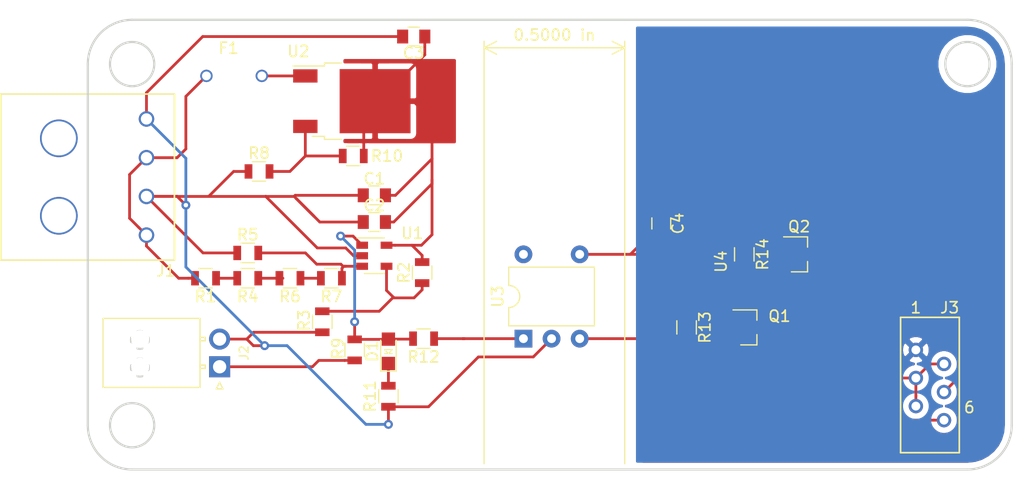
<source format=kicad_pcb>
(kicad_pcb (version 20171130) (host pcbnew 5.1.4-e60b266~84~ubuntu16.04.1)

  (general
    (thickness 1.6)
    (drawings 44)
    (tracks 168)
    (zones 0)
    (modules 29)
    (nets 22)
  )

  (page A4)
  (layers
    (0 F.Cu signal)
    (31 B.Cu signal)
    (32 B.Adhes user)
    (33 F.Adhes user)
    (34 B.Paste user)
    (35 F.Paste user)
    (36 B.SilkS user)
    (37 F.SilkS user)
    (38 B.Mask user)
    (39 F.Mask user)
    (40 Dwgs.User user)
    (41 Cmts.User user)
    (42 Eco1.User user)
    (43 Eco2.User user)
    (44 Edge.Cuts user)
    (45 Margin user)
    (46 B.CrtYd user)
    (47 F.CrtYd user)
    (48 B.Fab user)
    (49 F.Fab user)
  )

  (setup
    (last_trace_width 0.25)
    (trace_clearance 0.2)
    (zone_clearance 0.508)
    (zone_45_only no)
    (trace_min 0.2)
    (via_size 0.8)
    (via_drill 0.4)
    (via_min_size 0.4)
    (via_min_drill 0.3)
    (uvia_size 0.3)
    (uvia_drill 0.1)
    (uvias_allowed no)
    (uvia_min_size 0.2)
    (uvia_min_drill 0.1)
    (edge_width 0.05)
    (segment_width 0.2)
    (pcb_text_width 0.3)
    (pcb_text_size 1.5 1.5)
    (mod_edge_width 0.12)
    (mod_text_size 1 1)
    (mod_text_width 0.15)
    (pad_size 0.6 1)
    (pad_drill 0)
    (pad_to_mask_clearance 0.051)
    (solder_mask_min_width 0.25)
    (aux_axis_origin 0 0)
    (visible_elements FFFFFF7F)
    (pcbplotparams
      (layerselection 0x010fc_ffffffff)
      (usegerberextensions false)
      (usegerberattributes false)
      (usegerberadvancedattributes false)
      (creategerberjobfile false)
      (excludeedgelayer true)
      (linewidth 0.100000)
      (plotframeref false)
      (viasonmask false)
      (mode 1)
      (useauxorigin false)
      (hpglpennumber 1)
      (hpglpenspeed 20)
      (hpglpendiameter 15.000000)
      (psnegative false)
      (psa4output false)
      (plotreference true)
      (plotvalue true)
      (plotinvisibletext false)
      (padsonsilk false)
      (subtractmaskfromsilk false)
      (outputformat 1)
      (mirror false)
      (drillshape 1)
      (scaleselection 1)
      (outputdirectory ""))
  )

  (net 0 "")
  (net 1 /5V)
  (net 2 /AIL+)
  (net 3 GND)
  (net 4 /GLV+)
  (net 5 "Net-(D1-Pad2)")
  (net 6 "Net-(D1-Pad1)")
  (net 7 "Net-(F1-Pad1)")
  (net 8 /TS+)
  (net 9 /AIL-)
  (net 10 /TSAL_GREEN-)
  (net 11 /TSAL_RED-)
  (net 12 /TSAL_FLAG)
  (net 13 "Net-(R1-Pad1)")
  (net 14 "Net-(R2-Pad1)")
  (net 15 "Net-(R4-Pad1)")
  (net 16 "Net-(R5-Pad1)")
  (net 17 "Net-(R6-Pad1)")
  (net 18 "Net-(R10-Pad2)")
  (net 19 "Net-(R12-Pad1)")
  (net 20 /NAND_Out)
  (net 21 "Net-(U4-Pad4)")

  (net_class Default "This is the default net class."
    (clearance 0.2)
    (trace_width 0.25)
    (via_dia 0.8)
    (via_drill 0.4)
    (uvia_dia 0.3)
    (uvia_drill 0.1)
    (add_net /5V)
    (add_net /AIL+)
    (add_net /AIL-)
    (add_net /GLV+)
    (add_net /NAND_Out)
    (add_net /TS+)
    (add_net /TSAL_FLAG)
    (add_net /TSAL_GREEN-)
    (add_net /TSAL_RED-)
    (add_net GND)
    (add_net "Net-(D1-Pad1)")
    (add_net "Net-(D1-Pad2)")
    (add_net "Net-(F1-Pad1)")
    (add_net "Net-(R1-Pad1)")
    (add_net "Net-(R10-Pad2)")
    (add_net "Net-(R12-Pad1)")
    (add_net "Net-(R2-Pad1)")
    (add_net "Net-(R4-Pad1)")
    (add_net "Net-(R5-Pad1)")
    (add_net "Net-(R6-Pad1)")
    (add_net "Net-(U4-Pad4)")
  )

  (module Formula:C_0805_OEM (layer F.Cu) (tedit 5C3D8347) (tstamp 5DEDF7A5)
    (at 156.718 90.043)
    (descr "Capacitor SMD 0805, reflow soldering, AVX (see smccp.pdf)")
    (tags "capacitor 0805")
    (path /5DD733EA)
    (attr smd)
    (fp_text reference C1 (at 0 -1.5) (layer F.SilkS)
      (effects (font (size 1 1) (thickness 0.15)))
    )
    (fp_text value C_10uF (at 0 1.75) (layer F.Fab) hide
      (effects (font (size 1 1) (thickness 0.15)))
    )
    (fp_line (start 1.75 0.87) (end -1.75 0.87) (layer F.CrtYd) (width 0.05))
    (fp_line (start 1.75 0.87) (end 1.75 -0.88) (layer F.CrtYd) (width 0.05))
    (fp_line (start -1.75 -0.88) (end -1.75 0.87) (layer F.CrtYd) (width 0.05))
    (fp_line (start -1.75 -0.88) (end 1.75 -0.88) (layer F.CrtYd) (width 0.05))
    (fp_line (start -0.5 0.85) (end 0.5 0.85) (layer F.SilkS) (width 0.12))
    (fp_line (start 0.5 -0.85) (end -0.5 -0.85) (layer F.SilkS) (width 0.12))
    (fp_line (start -1 -0.62) (end 1 -0.62) (layer F.Fab) (width 0.1))
    (fp_line (start 1 -0.62) (end 1 0.62) (layer F.Fab) (width 0.1))
    (fp_line (start 1 0.62) (end -1 0.62) (layer F.Fab) (width 0.1))
    (fp_line (start -1 0.62) (end -1 -0.62) (layer F.Fab) (width 0.1))
    (pad 2 smd rect (at 1 0) (size 1 1.25) (layers F.Cu F.Paste F.Mask)
      (net 1 /5V))
    (pad 1 smd rect (at -1 0) (size 1 1.25) (layers F.Cu F.Paste F.Mask)
      (net 9 /AIL-))
    (model ${LOCAL_DIR}/OEM_Preferred_Parts/3DModels/C_0805_OEM/C_0805.step
      (at (xyz 0 0 0))
      (scale (xyz 1 1 1))
      (rotate (xyz 0 0 0))
    )
    (model ${LOCAL_DIR}/OEM_Preferred_Parts/3DModels/C_0805_OEM/C_0805.step
      (at (xyz 0 0 0))
      (scale (xyz 1 1 1))
      (rotate (xyz 0 0 0))
    )
  )

  (module Formula:C_0805_OEM (layer F.Cu) (tedit 5C3D8347) (tstamp 5DEDF7B5)
    (at 156.718 92.456)
    (descr "Capacitor SMD 0805, reflow soldering, AVX (see smccp.pdf)")
    (tags "capacitor 0805")
    (path /5DD74017)
    (attr smd)
    (fp_text reference C2 (at 0 -1.5) (layer F.SilkS)
      (effects (font (size 1 1) (thickness 0.15)))
    )
    (fp_text value C_0.1uF (at 0 1.75) (layer F.Fab) hide
      (effects (font (size 1 1) (thickness 0.15)))
    )
    (fp_line (start -1 0.62) (end -1 -0.62) (layer F.Fab) (width 0.1))
    (fp_line (start 1 0.62) (end -1 0.62) (layer F.Fab) (width 0.1))
    (fp_line (start 1 -0.62) (end 1 0.62) (layer F.Fab) (width 0.1))
    (fp_line (start -1 -0.62) (end 1 -0.62) (layer F.Fab) (width 0.1))
    (fp_line (start 0.5 -0.85) (end -0.5 -0.85) (layer F.SilkS) (width 0.12))
    (fp_line (start -0.5 0.85) (end 0.5 0.85) (layer F.SilkS) (width 0.12))
    (fp_line (start -1.75 -0.88) (end 1.75 -0.88) (layer F.CrtYd) (width 0.05))
    (fp_line (start -1.75 -0.88) (end -1.75 0.87) (layer F.CrtYd) (width 0.05))
    (fp_line (start 1.75 0.87) (end 1.75 -0.88) (layer F.CrtYd) (width 0.05))
    (fp_line (start 1.75 0.87) (end -1.75 0.87) (layer F.CrtYd) (width 0.05))
    (pad 1 smd rect (at -1 0) (size 1 1.25) (layers F.Cu F.Paste F.Mask)
      (net 9 /AIL-))
    (pad 2 smd rect (at 1 0) (size 1 1.25) (layers F.Cu F.Paste F.Mask)
      (net 1 /5V))
    (model ${LOCAL_DIR}/OEM_Preferred_Parts/3DModels/C_0805_OEM/C_0805.step
      (at (xyz 0 0 0))
      (scale (xyz 1 1 1))
      (rotate (xyz 0 0 0))
    )
    (model ${LOCAL_DIR}/OEM_Preferred_Parts/3DModels/C_0805_OEM/C_0805.step
      (at (xyz 0 0 0))
      (scale (xyz 1 1 1))
      (rotate (xyz 0 0 0))
    )
  )

  (module Formula:C_0805_OEM (layer F.Cu) (tedit 5C3D8347) (tstamp 5DEDF7C5)
    (at 160.274 75.692 180)
    (descr "Capacitor SMD 0805, reflow soldering, AVX (see smccp.pdf)")
    (tags "capacitor 0805")
    (path /5DD6456C)
    (attr smd)
    (fp_text reference C3 (at 0 -1.5) (layer F.SilkS)
      (effects (font (size 1 1) (thickness 0.15)))
    )
    (fp_text value C_1uF (at 0 1.75) (layer F.Fab) hide
      (effects (font (size 1 1) (thickness 0.15)))
    )
    (fp_line (start 1.75 0.87) (end -1.75 0.87) (layer F.CrtYd) (width 0.05))
    (fp_line (start 1.75 0.87) (end 1.75 -0.88) (layer F.CrtYd) (width 0.05))
    (fp_line (start -1.75 -0.88) (end -1.75 0.87) (layer F.CrtYd) (width 0.05))
    (fp_line (start -1.75 -0.88) (end 1.75 -0.88) (layer F.CrtYd) (width 0.05))
    (fp_line (start -0.5 0.85) (end 0.5 0.85) (layer F.SilkS) (width 0.12))
    (fp_line (start 0.5 -0.85) (end -0.5 -0.85) (layer F.SilkS) (width 0.12))
    (fp_line (start -1 -0.62) (end 1 -0.62) (layer F.Fab) (width 0.1))
    (fp_line (start 1 -0.62) (end 1 0.62) (layer F.Fab) (width 0.1))
    (fp_line (start 1 0.62) (end -1 0.62) (layer F.Fab) (width 0.1))
    (fp_line (start -1 0.62) (end -1 -0.62) (layer F.Fab) (width 0.1))
    (pad 2 smd rect (at 1 0 180) (size 1 1.25) (layers F.Cu F.Paste F.Mask)
      (net 9 /AIL-))
    (pad 1 smd rect (at -1 0 180) (size 1 1.25) (layers F.Cu F.Paste F.Mask)
      (net 1 /5V))
    (model ${LOCAL_DIR}/OEM_Preferred_Parts/3DModels/C_0805_OEM/C_0805.step
      (at (xyz 0 0 0))
      (scale (xyz 1 1 1))
      (rotate (xyz 0 0 0))
    )
    (model ${LOCAL_DIR}/OEM_Preferred_Parts/3DModels/C_0805_OEM/C_0805.step
      (at (xyz 0 0 0))
      (scale (xyz 1 1 1))
      (rotate (xyz 0 0 0))
    )
  )

  (module Formula:C_0805_OEM (layer F.Cu) (tedit 5C3D8347) (tstamp 5DEDF7D5)
    (at 182.626 92.583 270)
    (descr "Capacitor SMD 0805, reflow soldering, AVX (see smccp.pdf)")
    (tags "capacitor 0805")
    (path /5DDEB7AC)
    (attr smd)
    (fp_text reference C4 (at 0 -1.5 90) (layer F.SilkS)
      (effects (font (size 1 1) (thickness 0.15)))
    )
    (fp_text value C_1uF (at 0 1.75 90) (layer F.Fab) hide
      (effects (font (size 1 1) (thickness 0.15)))
    )
    (fp_line (start -1 0.62) (end -1 -0.62) (layer F.Fab) (width 0.1))
    (fp_line (start 1 0.62) (end -1 0.62) (layer F.Fab) (width 0.1))
    (fp_line (start 1 -0.62) (end 1 0.62) (layer F.Fab) (width 0.1))
    (fp_line (start -1 -0.62) (end 1 -0.62) (layer F.Fab) (width 0.1))
    (fp_line (start 0.5 -0.85) (end -0.5 -0.85) (layer F.SilkS) (width 0.12))
    (fp_line (start -0.5 0.85) (end 0.5 0.85) (layer F.SilkS) (width 0.12))
    (fp_line (start -1.75 -0.88) (end 1.75 -0.88) (layer F.CrtYd) (width 0.05))
    (fp_line (start -1.75 -0.88) (end -1.75 0.87) (layer F.CrtYd) (width 0.05))
    (fp_line (start 1.75 0.87) (end 1.75 -0.88) (layer F.CrtYd) (width 0.05))
    (fp_line (start 1.75 0.87) (end -1.75 0.87) (layer F.CrtYd) (width 0.05))
    (pad 1 smd rect (at -1 0 270) (size 1 1.25) (layers F.Cu F.Paste F.Mask)
      (net 3 GND))
    (pad 2 smd rect (at 1 0 270) (size 1 1.25) (layers F.Cu F.Paste F.Mask)
      (net 4 /GLV+))
    (model ${LOCAL_DIR}/OEM_Preferred_Parts/3DModels/C_0805_OEM/C_0805.step
      (at (xyz 0 0 0))
      (scale (xyz 1 1 1))
      (rotate (xyz 0 0 0))
    )
    (model ${LOCAL_DIR}/OEM_Preferred_Parts/3DModels/C_0805_OEM/C_0805.step
      (at (xyz 0 0 0))
      (scale (xyz 1 1 1))
      (rotate (xyz 0 0 0))
    )
  )

  (module Formula:LED_0805_OEM (layer F.Cu) (tedit 5C3D84D8) (tstamp 5DEDF7EE)
    (at 157.988 104.14 90)
    (descr "LED 0805 smd package")
    (tags "LED led 0805 SMD smd SMT smt smdled SMDLED smtled SMTLED")
    (path /5DD79ABB)
    (attr smd)
    (fp_text reference D1 (at 0 -1.45 90) (layer F.SilkS)
      (effects (font (size 1 1) (thickness 0.15)))
    )
    (fp_text value LED_0805 (at 0.508 2.032 90) (layer F.Fab) hide
      (effects (font (size 1 1) (thickness 0.15)))
    )
    (fp_line (start -0.2 0.35) (end -0.2 0) (layer F.SilkS) (width 0.1))
    (fp_line (start -0.2 0) (end -0.2 -0.35) (layer F.SilkS) (width 0.1))
    (fp_line (start 0.15 0.35) (end -0.2 0) (layer F.SilkS) (width 0.1))
    (fp_line (start 0.15 0.3) (end 0.15 0.35) (layer F.SilkS) (width 0.1))
    (fp_line (start 0.15 0.35) (end 0.15 0.3) (layer F.SilkS) (width 0.1))
    (fp_line (start 0.15 -0.35) (end 0.15 0.3) (layer F.SilkS) (width 0.1))
    (fp_line (start 0.1 -0.3) (end 0.15 -0.35) (layer F.SilkS) (width 0.1))
    (fp_line (start -0.2 0) (end 0.1 -0.3) (layer F.SilkS) (width 0.1))
    (fp_line (start -1.8 -0.7) (end -1.8 0.7) (layer F.SilkS) (width 0.12))
    (fp_line (start 1 0.6) (end -1 0.6) (layer F.Fab) (width 0.1))
    (fp_line (start 1 -0.6) (end 1 0.6) (layer F.Fab) (width 0.1))
    (fp_line (start -1 -0.6) (end 1 -0.6) (layer F.Fab) (width 0.1))
    (fp_line (start -1 0.6) (end -1 -0.6) (layer F.Fab) (width 0.1))
    (fp_line (start -1.8 0.7) (end 1 0.7) (layer F.SilkS) (width 0.12))
    (fp_line (start -1.8 -0.7) (end 1 -0.7) (layer F.SilkS) (width 0.12))
    (fp_line (start 1.95 -0.85) (end 1.95 0.85) (layer F.CrtYd) (width 0.05))
    (fp_line (start 1.95 0.85) (end -1.95 0.85) (layer F.CrtYd) (width 0.05))
    (fp_line (start -1.95 0.85) (end -1.95 -0.85) (layer F.CrtYd) (width 0.05))
    (fp_line (start -1.95 -0.85) (end 1.95 -0.85) (layer F.CrtYd) (width 0.05))
    (pad 2 smd rect (at 1.1 0 270) (size 1.2 1.2) (layers F.Cu F.Paste F.Mask)
      (net 5 "Net-(D1-Pad2)"))
    (pad 1 smd rect (at -1.1 0 270) (size 1.2 1.2) (layers F.Cu F.Paste F.Mask)
      (net 6 "Net-(D1-Pad1)"))
    (model "${LOCAL_DIR}/OEM_Preferred_Parts/3DModels/LED_0805/LED 0805 Base GREEN001_sp.wrl"
      (at (xyz 0 0 0))
      (scale (xyz 1 1 1))
      (rotate (xyz 0 0 180))
    )
    (model "${LOCAL_DIR}/OEM_Preferred_Parts/3DModels/LED_0805/LED 0805 Base GREEN001_sp.step"
      (at (xyz 0 0 0))
      (scale (xyz 1 1 1))
      (rotate (xyz 0 0 0))
    )
  )

  (module Formula:F_21mA_420V (layer F.Cu) (tedit 5A775C0C) (tstamp 5DEDF7FC)
    (at 146.558 79.248 180)
    (path /5DD60F82)
    (fp_text reference F1 (at 3 2.5) (layer F.SilkS)
      (effects (font (size 1 1) (thickness 0.15)))
    )
    (fp_text value F_21mA_420V (at 2.5 -2.5) (layer Dwgs.User)
      (effects (font (size 1 1) (thickness 0.15)))
    )
    (fp_line (start -1.5 -1.5) (end 6.5 -1.5) (layer F.CrtYd) (width 0.15))
    (fp_line (start 6.5 -1.5) (end 6.5 1.5) (layer F.CrtYd) (width 0.15))
    (fp_line (start 6.5 1.5) (end -1.5 1.5) (layer F.CrtYd) (width 0.15))
    (fp_line (start -1.5 1.5) (end -1.5 -1.5) (layer F.CrtYd) (width 0.15))
    (fp_line (start -0.75 -1) (end 5.75 -1) (layer F.Fab) (width 0.15))
    (fp_line (start 5.75 -1) (end 5.75 1) (layer F.Fab) (width 0.15))
    (fp_line (start 5.75 1) (end -0.75 1) (layer F.Fab) (width 0.15))
    (fp_line (start -0.75 1) (end -0.75 -1) (layer F.Fab) (width 0.15))
    (pad 1 thru_hole circle (at 0 0 180) (size 1.1176 1.1176) (drill 0.8) (layers *.Cu *.Mask)
      (net 7 "Net-(F1-Pad1)"))
    (pad 2 thru_hole circle (at 5 0 180) (size 1.1176 1.1176) (drill 0.8) (layers *.Cu *.Mask)
      (net 8 /TS+))
  )

  (module Formula:Ultrafit_4_RA (layer F.Cu) (tedit 5B8AA2CB) (tstamp 5DEDF80E)
    (at 136.144 88.392 180)
    (path /5DD66C05)
    (fp_text reference J1 (at -1.7526 -8.4836) (layer F.SilkS)
      (effects (font (size 1 1) (thickness 0.15)))
    )
    (fp_text value Ultrafit_4_RA (at 4.572 0.508 90) (layer F.Fab) hide
      (effects (font (size 1 1) (thickness 0.15)))
    )
    (fp_line (start -2.4186 7.5254) (end -2.4186 -7.4746) (layer F.Fab) (width 0.1))
    (fp_line (start -2.5218 7.5) (end -2.5218 -7.5) (layer F.SilkS) (width 0.15))
    (fp_line (start 13.05 -7.384) (end -2.4 -7.384) (layer F.Fab) (width 0.1))
    (fp_line (start 13.05 7.5) (end 13.05 -7.5) (layer F.Fab) (width 0.1))
    (fp_line (start -2.4 7.4296) (end 13.05 7.4296) (layer F.Fab) (width 0.1))
    (fp_line (start -2.5254 7.5042) (end 13.1346 7.5042) (layer F.SilkS) (width 0.15))
    (fp_line (start -2.5254 -7.5094) (end 13.1346 -7.5094) (layer F.SilkS) (width 0.15))
    (fp_line (start 13.15 7.5) (end 13.15 -7.5) (layer F.SilkS) (width 0.15))
    (pad 1 thru_hole circle (at 0 -5.25 180) (size 1.397 1.397) (drill 1.02) (layers *.Cu *.Mask)
      (net 8 /TS+))
    (pad 4 thru_hole circle (at 0 5.25 180) (size 1.397 1.397) (drill 1.02) (layers *.Cu *.Mask)
      (net 9 /AIL-))
    (pad "" thru_hole circle (at 7.91 3.5 180) (size 3.4 3.4) (drill 3.09) (layers *.Cu *.Mask))
    (pad 2 thru_hole circle (at 0 -1.75 180) (size 1.397 1.397) (drill 1.02) (layers *.Cu *.Mask)
      (net 9 /AIL-))
    (pad 3 thru_hole circle (at 0 1.75 180) (size 1.397 1.397) (drill 1.02) (layers *.Cu *.Mask)
      (net 8 /TS+))
    (pad "" thru_hole circle (at 7.91 -3.5 180) (size 3.4 3.4) (drill 3.09) (layers *.Cu *.Mask))
  )

  (module Formula:NanoFit_Molex_1x02x2.50mm_Angled_OEM (layer F.Cu) (tedit 5C917035) (tstamp 5DEDF831)
    (at 142.748 105.537 90)
    (descr "Molex Nano Fit, single row, side entry, through hole, Datasheet:http://www.molex.com/pdm_docs/sd/1053131208_sd.pdf")
    (tags "connector molex nano-fit 105313-xx04")
    (path /5DD67B18)
    (fp_text reference J2 (at 1.25 2.2 90) (layer F.SilkS)
      (effects (font (size 0.8 0.8) (thickness 0.12)))
    )
    (fp_text value NanoFit_2 (at 1.25 3.5 90) (layer F.Fab) hide
      (effects (font (size 1 1) (thickness 0.15)))
    )
    (fp_line (start -1.72 -10.38) (end -1.72 -1.92) (layer F.Fab) (width 0.1))
    (fp_line (start -1.72 -1.92) (end 4.22 -1.92) (layer F.Fab) (width 0.1))
    (fp_line (start 4.22 -1.92) (end 4.22 -10.38) (layer F.Fab) (width 0.1))
    (fp_line (start 4.22 -10.38) (end -1.72 -10.38) (layer F.Fab) (width 0.1))
    (fp_line (start -1.87 -10.53) (end -1.87 -1.77) (layer F.SilkS) (width 0.12))
    (fp_line (start -1.87 -1.77) (end 4.37 -1.77) (layer F.SilkS) (width 0.12))
    (fp_line (start 4.37 -1.77) (end 4.37 -10.53) (layer F.SilkS) (width 0.12))
    (fp_line (start 4.37 -10.53) (end -1.87 -10.53) (layer F.SilkS) (width 0.12))
    (fp_line (start -0.15 -1.77) (end -0.15 -1.3) (layer F.SilkS) (width 0.12))
    (fp_line (start -0.15 -1.3) (end 0.15 -1.3) (layer F.SilkS) (width 0.12))
    (fp_line (start 0.15 -1.3) (end 0.15 -1.77) (layer F.SilkS) (width 0.12))
    (fp_line (start 0.15 -1.77) (end -0.15 -1.77) (layer F.SilkS) (width 0.12))
    (fp_line (start 2.35 -1.77) (end 2.35 -1.3) (layer F.SilkS) (width 0.12))
    (fp_line (start 2.35 -1.3) (end 2.65 -1.3) (layer F.SilkS) (width 0.12))
    (fp_line (start 2.65 -1.3) (end 2.65 -1.77) (layer F.SilkS) (width 0.12))
    (fp_line (start 2.65 -1.77) (end 2.35 -1.77) (layer F.SilkS) (width 0.12))
    (fp_line (start -2.21 -10.88) (end -2.21 1.45) (layer F.CrtYd) (width 0.05))
    (fp_line (start -2.21 1.45) (end 4.71 1.45) (layer F.CrtYd) (width 0.05))
    (fp_line (start 4.71 1.45) (end 4.71 -10.88) (layer F.CrtYd) (width 0.05))
    (fp_line (start 4.71 -10.88) (end -2.21 -10.88) (layer F.CrtYd) (width 0.05))
    (fp_line (start -1.4 0) (end -2 0.3) (layer F.SilkS) (width 0.12))
    (fp_line (start -2 0.3) (end -2 -0.3) (layer F.SilkS) (width 0.12))
    (fp_line (start -2 -0.3) (end -1.4 0) (layer F.SilkS) (width 0.12))
    (fp_line (start -1.4 0) (end -2 0.3) (layer F.Fab) (width 0.1))
    (fp_line (start -2 0.3) (end -2 -0.3) (layer F.Fab) (width 0.1))
    (fp_line (start -2 -0.3) (end -1.4 0) (layer F.Fab) (width 0.1))
    (fp_text user %R (at 1.25 -4.5 90) (layer F.Fab)
      (effects (font (size 1 1) (thickness 0.15)))
    )
    (pad 1 thru_hole rect (at 0 0 90) (size 1.9 1.9) (drill 1.2) (layers *.Cu *.Mask)
      (net 2 /AIL+))
    (pad 2 thru_hole circle (at 2.5 0 90) (size 1.9 1.9) (drill 1.2) (layers *.Cu *.Mask)
      (net 9 /AIL-))
    (pad "" np_thru_hole circle (at 0 -7.18 90) (size 1.6 1.6) (drill 1.6) (layers *.Cu *.Mask))
    (pad "" np_thru_hole circle (at 2.5 -7.18 90) (size 1.6 1.6) (drill 1.6) (layers *.Cu *.Mask))
    (model ${LOCAL_DIR}/OEM_Preferred_Parts/3DModels/Molex_NanoFit_1x02x2_50mm_Angled_OEM/Molex_NanoFit_1x02x2_50mm_Angled_OEM001.wrl
      (at (xyz 0 0 0))
      (scale (xyz 1 1 1))
      (rotate (xyz 0 0 0))
    )
  )

  (module Formula:micromatch_female_ra_6 (layer F.Cu) (tedit 5C9D7581) (tstamp 5DEDF841)
    (at 205.613 109.093)
    (path /5DDB450C)
    (fp_text reference J3 (at 3.048 -8.89) (layer F.SilkS)
      (effects (font (size 1 1) (thickness 0.15)))
    )
    (fp_text value MM_F_RA_06 (at 6.35 0 90) (layer F.Fab) hide
      (effects (font (size 1 1) (thickness 0.15)))
    )
    (fp_text user 6 (at 4.826 0.127) (layer F.SilkS)
      (effects (font (size 1 1) (thickness 0.15)))
    )
    (fp_text user 1 (at 0 -8.89) (layer F.SilkS)
      (effects (font (size 1 1) (thickness 0.15)))
    )
    (fp_line (start -1.38 4.21) (end 3.92 4.21) (layer F.SilkS) (width 0.15))
    (fp_line (start -1.38 -8.02) (end 3.92 -8.02) (layer F.SilkS) (width 0.15))
    (fp_line (start -1.38 4.21) (end -1.38 -8.02) (layer F.SilkS) (width 0.15))
    (fp_line (start 3.92 4.21) (end 3.92 -8.02) (layer F.SilkS) (width 0.15))
    (pad 5 thru_hole circle (at 0 0) (size 1.3 1.3) (drill 0.8) (layers *.Cu *.Mask)
      (net 4 /GLV+))
    (pad 3 thru_hole circle (at 0 -2.54) (size 1.3 1.3) (drill 0.8) (layers *.Cu *.Mask)
      (net 4 /GLV+))
    (pad 1 thru_hole circle (at 0 -5.08) (size 1.3 1.3) (drill 0.8) (layers *.Cu *.Mask)
      (net 3 GND))
    (pad 2 thru_hole circle (at 2.54 -3.81) (size 1.3 1.3) (drill 0.8) (layers *.Cu *.Mask)
      (net 4 /GLV+))
    (pad 4 thru_hole circle (at 2.54 -1.27) (size 1.3 1.3) (drill 0.8) (layers *.Cu *.Mask)
      (net 10 /TSAL_GREEN-))
    (pad 6 thru_hole circle (at 2.54 1.27) (size 1.3 1.3) (drill 0.8) (layers *.Cu *.Mask)
      (net 11 /TSAL_RED-))
    (model ${LOCAL_DIR}/OEM_Preferred_Parts/3DModels/micromatch_female_ra_6/C-215464-6.step
      (offset (xyz 0 2.5 0))
      (scale (xyz 1 1 1))
      (rotate (xyz 0 0 0))
    )
  )

  (module Formula:SOT-23F (layer F.Cu) (tedit 5C16B7BE) (tstamp 5DEDF855)
    (at 190.5 101.981)
    (descr "SOT-23, Standard")
    (tags SOT-23)
    (path /5DDA131A)
    (attr smd)
    (fp_text reference Q1 (at 2.794 -1.016) (layer F.SilkS)
      (effects (font (size 1 1) (thickness 0.15)))
    )
    (fp_text value SSM3K333R (at 0 2.5) (layer F.Fab) hide
      (effects (font (size 1 1) (thickness 0.15)))
    )
    (fp_line (start -0.7 -0.95) (end -0.7 1.5) (layer F.Fab) (width 0.1))
    (fp_line (start -0.15 -1.52) (end 0.7 -1.52) (layer F.Fab) (width 0.1))
    (fp_line (start -0.7 -0.95) (end -0.15 -1.52) (layer F.Fab) (width 0.1))
    (fp_line (start 0.7 -1.52) (end 0.7 1.52) (layer F.Fab) (width 0.1))
    (fp_line (start -0.7 1.52) (end 0.7 1.52) (layer F.Fab) (width 0.1))
    (fp_line (start 0.76 1.58) (end 0.76 0.65) (layer F.SilkS) (width 0.12))
    (fp_line (start 0.76 -1.58) (end 0.76 -0.65) (layer F.SilkS) (width 0.12))
    (fp_line (start -1.7 -1.75) (end 1.7 -1.75) (layer F.CrtYd) (width 0.05))
    (fp_line (start 1.7 -1.75) (end 1.7 1.75) (layer F.CrtYd) (width 0.05))
    (fp_line (start 1.7 1.75) (end -1.7 1.75) (layer F.CrtYd) (width 0.05))
    (fp_line (start -1.7 1.75) (end -1.7 -1.75) (layer F.CrtYd) (width 0.05))
    (fp_line (start 0.76 -1.58) (end -1.4 -1.58) (layer F.SilkS) (width 0.12))
    (fp_line (start 0.76 1.58) (end -0.7 1.58) (layer F.SilkS) (width 0.12))
    (pad 1 smd rect (at -1.05 -0.95) (size 0.9 0.8) (layers F.Cu F.Paste F.Mask)
      (net 12 /TSAL_FLAG))
    (pad 2 smd rect (at -1.05 0.95) (size 0.9 0.8) (layers F.Cu F.Paste F.Mask)
      (net 3 GND))
    (pad 3 smd rect (at 1.05 0) (size 0.9 0.8) (layers F.Cu F.Paste F.Mask)
      (net 11 /TSAL_RED-))
    (model ${LOCAL_DIR}/OEM_Preferred_Parts/3DModels/SOT-23_OEM/SOT-23.wrl
      (at (xyz 0 0 0))
      (scale (xyz 1 1 1))
      (rotate (xyz 0 0 0))
    )
  )

  (module Formula:SOT-23F (layer F.Cu) (tedit 5C16B7BE) (tstamp 5DEDF869)
    (at 195.072 95.377)
    (descr "SOT-23, Standard")
    (tags SOT-23)
    (path /5DDD0BB4)
    (attr smd)
    (fp_text reference Q2 (at 0 -2.5) (layer F.SilkS)
      (effects (font (size 1 1) (thickness 0.15)))
    )
    (fp_text value SSM3K333R (at 0 2.5) (layer F.Fab) hide
      (effects (font (size 1 1) (thickness 0.15)))
    )
    (fp_line (start 0.76 1.58) (end -0.7 1.58) (layer F.SilkS) (width 0.12))
    (fp_line (start 0.76 -1.58) (end -1.4 -1.58) (layer F.SilkS) (width 0.12))
    (fp_line (start -1.7 1.75) (end -1.7 -1.75) (layer F.CrtYd) (width 0.05))
    (fp_line (start 1.7 1.75) (end -1.7 1.75) (layer F.CrtYd) (width 0.05))
    (fp_line (start 1.7 -1.75) (end 1.7 1.75) (layer F.CrtYd) (width 0.05))
    (fp_line (start -1.7 -1.75) (end 1.7 -1.75) (layer F.CrtYd) (width 0.05))
    (fp_line (start 0.76 -1.58) (end 0.76 -0.65) (layer F.SilkS) (width 0.12))
    (fp_line (start 0.76 1.58) (end 0.76 0.65) (layer F.SilkS) (width 0.12))
    (fp_line (start -0.7 1.52) (end 0.7 1.52) (layer F.Fab) (width 0.1))
    (fp_line (start 0.7 -1.52) (end 0.7 1.52) (layer F.Fab) (width 0.1))
    (fp_line (start -0.7 -0.95) (end -0.15 -1.52) (layer F.Fab) (width 0.1))
    (fp_line (start -0.15 -1.52) (end 0.7 -1.52) (layer F.Fab) (width 0.1))
    (fp_line (start -0.7 -0.95) (end -0.7 1.5) (layer F.Fab) (width 0.1))
    (pad 3 smd rect (at 1.05 0) (size 0.9 0.8) (layers F.Cu F.Paste F.Mask)
      (net 10 /TSAL_GREEN-))
    (pad 2 smd rect (at -1.05 0.95) (size 0.9 0.8) (layers F.Cu F.Paste F.Mask)
      (net 3 GND))
    (pad 1 smd rect (at -1.05 -0.95) (size 0.9 0.8) (layers F.Cu F.Paste F.Mask)
      (net 20 /NAND_Out))
    (model ${LOCAL_DIR}/OEM_Preferred_Parts/3DModels/SOT-23_OEM/SOT-23.wrl
      (at (xyz 0 0 0))
      (scale (xyz 1 1 1))
      (rotate (xyz 0 0 0))
    )
  )

  (module Formula:R_0805_OEM (layer F.Cu) (tedit 5C3D844D) (tstamp 5DEDF879)
    (at 141.478 97.536 180)
    (descr "Resistor SMD 0805, reflow soldering, Vishay (see dcrcw.pdf)")
    (tags "resistor 0805")
    (path /5DD69639)
    (attr smd)
    (fp_text reference R1 (at 0 -1.65) (layer F.SilkS)
      (effects (font (size 1 1) (thickness 0.15)))
    )
    (fp_text value R_270K (at 0 1.75) (layer F.Fab) hide
      (effects (font (size 1 1) (thickness 0.15)))
    )
    (fp_line (start -1 0.62) (end -1 -0.62) (layer F.Fab) (width 0.1))
    (fp_line (start 1 0.62) (end -1 0.62) (layer F.Fab) (width 0.1))
    (fp_line (start 1 -0.62) (end 1 0.62) (layer F.Fab) (width 0.1))
    (fp_line (start -1 -0.62) (end 1 -0.62) (layer F.Fab) (width 0.1))
    (fp_line (start 0.6 0.88) (end -0.6 0.88) (layer F.SilkS) (width 0.12))
    (fp_line (start -0.6 -0.88) (end 0.6 -0.88) (layer F.SilkS) (width 0.12))
    (fp_line (start -1.55 -0.9) (end 1.55 -0.9) (layer F.CrtYd) (width 0.05))
    (fp_line (start -1.55 -0.9) (end -1.55 0.9) (layer F.CrtYd) (width 0.05))
    (fp_line (start 1.55 0.9) (end 1.55 -0.9) (layer F.CrtYd) (width 0.05))
    (fp_line (start 1.55 0.9) (end -1.55 0.9) (layer F.CrtYd) (width 0.05))
    (pad 1 smd rect (at -0.95 0 180) (size 0.7 1.3) (layers F.Cu F.Paste F.Mask)
      (net 13 "Net-(R1-Pad1)"))
    (pad 2 smd rect (at 0.95 0 180) (size 0.7 1.3) (layers F.Cu F.Paste F.Mask)
      (net 8 /TS+))
    (model ${LOCAL_DIR}/OEM_Preferred_Parts/3DModels/R_0805_OEM/res0805.step
      (at (xyz 0 0 0))
      (scale (xyz 1 1 1))
      (rotate (xyz 0 0 0))
    )
    (model ${LOCAL_DIR}/OEM_Preferred_Parts/3DModels/R_0805_OEM/res0805.step
      (at (xyz 0 0 0))
      (scale (xyz 1 1 1))
      (rotate (xyz 0 0 0))
    )
  )

  (module Formula:R_0805_OEM (layer F.Cu) (tedit 5C3D844D) (tstamp 5DEDF889)
    (at 161.036 97.028 90)
    (descr "Resistor SMD 0805, reflow soldering, Vishay (see dcrcw.pdf)")
    (tags "resistor 0805")
    (path /5DD6DEDC)
    (attr smd)
    (fp_text reference R2 (at 0 -1.65 90) (layer F.SilkS)
      (effects (font (size 1 1) (thickness 0.15)))
    )
    (fp_text value R_1K (at 0 1.75 90) (layer F.Fab) hide
      (effects (font (size 1 1) (thickness 0.15)))
    )
    (fp_line (start 1.55 0.9) (end -1.55 0.9) (layer F.CrtYd) (width 0.05))
    (fp_line (start 1.55 0.9) (end 1.55 -0.9) (layer F.CrtYd) (width 0.05))
    (fp_line (start -1.55 -0.9) (end -1.55 0.9) (layer F.CrtYd) (width 0.05))
    (fp_line (start -1.55 -0.9) (end 1.55 -0.9) (layer F.CrtYd) (width 0.05))
    (fp_line (start -0.6 -0.88) (end 0.6 -0.88) (layer F.SilkS) (width 0.12))
    (fp_line (start 0.6 0.88) (end -0.6 0.88) (layer F.SilkS) (width 0.12))
    (fp_line (start -1 -0.62) (end 1 -0.62) (layer F.Fab) (width 0.1))
    (fp_line (start 1 -0.62) (end 1 0.62) (layer F.Fab) (width 0.1))
    (fp_line (start 1 0.62) (end -1 0.62) (layer F.Fab) (width 0.1))
    (fp_line (start -1 0.62) (end -1 -0.62) (layer F.Fab) (width 0.1))
    (pad 2 smd rect (at 0.95 0 90) (size 0.7 1.3) (layers F.Cu F.Paste F.Mask)
      (net 1 /5V))
    (pad 1 smd rect (at -0.95 0 90) (size 0.7 1.3) (layers F.Cu F.Paste F.Mask)
      (net 14 "Net-(R2-Pad1)"))
    (model ${LOCAL_DIR}/OEM_Preferred_Parts/3DModels/R_0805_OEM/res0805.step
      (at (xyz 0 0 0))
      (scale (xyz 1 1 1))
      (rotate (xyz 0 0 0))
    )
    (model ${LOCAL_DIR}/OEM_Preferred_Parts/3DModels/R_0805_OEM/res0805.step
      (at (xyz 0 0 0))
      (scale (xyz 1 1 1))
      (rotate (xyz 0 0 0))
    )
  )

  (module Formula:R_0805_OEM (layer F.Cu) (tedit 5C3D844D) (tstamp 5DEDF899)
    (at 152.019 101.473 270)
    (descr "Resistor SMD 0805, reflow soldering, Vishay (see dcrcw.pdf)")
    (tags "resistor 0805")
    (path /5DD8881C)
    (attr smd)
    (fp_text reference R3 (at -0.127 1.651 90) (layer F.SilkS)
      (effects (font (size 1 1) (thickness 0.15)))
    )
    (fp_text value R_137 (at 0 1.75 90) (layer F.Fab) hide
      (effects (font (size 1 1) (thickness 0.15)))
    )
    (fp_line (start 1.55 0.9) (end -1.55 0.9) (layer F.CrtYd) (width 0.05))
    (fp_line (start 1.55 0.9) (end 1.55 -0.9) (layer F.CrtYd) (width 0.05))
    (fp_line (start -1.55 -0.9) (end -1.55 0.9) (layer F.CrtYd) (width 0.05))
    (fp_line (start -1.55 -0.9) (end 1.55 -0.9) (layer F.CrtYd) (width 0.05))
    (fp_line (start -0.6 -0.88) (end 0.6 -0.88) (layer F.SilkS) (width 0.12))
    (fp_line (start 0.6 0.88) (end -0.6 0.88) (layer F.SilkS) (width 0.12))
    (fp_line (start -1 -0.62) (end 1 -0.62) (layer F.Fab) (width 0.1))
    (fp_line (start 1 -0.62) (end 1 0.62) (layer F.Fab) (width 0.1))
    (fp_line (start 1 0.62) (end -1 0.62) (layer F.Fab) (width 0.1))
    (fp_line (start -1 0.62) (end -1 -0.62) (layer F.Fab) (width 0.1))
    (pad 2 smd rect (at 0.95 0 270) (size 0.7 1.3) (layers F.Cu F.Paste F.Mask)
      (net 9 /AIL-))
    (pad 1 smd rect (at -0.95 0 270) (size 0.7 1.3) (layers F.Cu F.Paste F.Mask)
      (net 14 "Net-(R2-Pad1)"))
    (model ${LOCAL_DIR}/OEM_Preferred_Parts/3DModels/R_0805_OEM/res0805.step
      (at (xyz 0 0 0))
      (scale (xyz 1 1 1))
      (rotate (xyz 0 0 0))
    )
    (model ${LOCAL_DIR}/OEM_Preferred_Parts/3DModels/R_0805_OEM/res0805.step
      (at (xyz 0 0 0))
      (scale (xyz 1 1 1))
      (rotate (xyz 0 0 0))
    )
  )

  (module Formula:R_0805_OEM (layer F.Cu) (tedit 5C3D844D) (tstamp 5DEDF8A9)
    (at 145.288 97.536 180)
    (descr "Resistor SMD 0805, reflow soldering, Vishay (see dcrcw.pdf)")
    (tags "resistor 0805")
    (path /5DD6A6B0)
    (attr smd)
    (fp_text reference R4 (at 0 -1.65) (layer F.SilkS)
      (effects (font (size 1 1) (thickness 0.15)))
    )
    (fp_text value R_270K (at 0 1.75) (layer F.Fab) hide
      (effects (font (size 1 1) (thickness 0.15)))
    )
    (fp_line (start 1.55 0.9) (end -1.55 0.9) (layer F.CrtYd) (width 0.05))
    (fp_line (start 1.55 0.9) (end 1.55 -0.9) (layer F.CrtYd) (width 0.05))
    (fp_line (start -1.55 -0.9) (end -1.55 0.9) (layer F.CrtYd) (width 0.05))
    (fp_line (start -1.55 -0.9) (end 1.55 -0.9) (layer F.CrtYd) (width 0.05))
    (fp_line (start -0.6 -0.88) (end 0.6 -0.88) (layer F.SilkS) (width 0.12))
    (fp_line (start 0.6 0.88) (end -0.6 0.88) (layer F.SilkS) (width 0.12))
    (fp_line (start -1 -0.62) (end 1 -0.62) (layer F.Fab) (width 0.1))
    (fp_line (start 1 -0.62) (end 1 0.62) (layer F.Fab) (width 0.1))
    (fp_line (start 1 0.62) (end -1 0.62) (layer F.Fab) (width 0.1))
    (fp_line (start -1 0.62) (end -1 -0.62) (layer F.Fab) (width 0.1))
    (pad 2 smd rect (at 0.95 0 180) (size 0.7 1.3) (layers F.Cu F.Paste F.Mask)
      (net 13 "Net-(R1-Pad1)"))
    (pad 1 smd rect (at -0.95 0 180) (size 0.7 1.3) (layers F.Cu F.Paste F.Mask)
      (net 15 "Net-(R4-Pad1)"))
    (model ${LOCAL_DIR}/OEM_Preferred_Parts/3DModels/R_0805_OEM/res0805.step
      (at (xyz 0 0 0))
      (scale (xyz 1 1 1))
      (rotate (xyz 0 0 0))
    )
    (model ${LOCAL_DIR}/OEM_Preferred_Parts/3DModels/R_0805_OEM/res0805.step
      (at (xyz 0 0 0))
      (scale (xyz 1 1 1))
      (rotate (xyz 0 0 0))
    )
  )

  (module Formula:R_0805_OEM (layer F.Cu) (tedit 5C3D844D) (tstamp 5DEDF8B9)
    (at 145.288 95.25 180)
    (descr "Resistor SMD 0805, reflow soldering, Vishay (see dcrcw.pdf)")
    (tags "resistor 0805")
    (path /5DD6D6E7)
    (attr smd)
    (fp_text reference R5 (at 0 1.651) (layer F.SilkS)
      (effects (font (size 1 1) (thickness 0.15)))
    )
    (fp_text value R_10K (at 0 1.75) (layer F.Fab) hide
      (effects (font (size 1 1) (thickness 0.15)))
    )
    (fp_line (start -1 0.62) (end -1 -0.62) (layer F.Fab) (width 0.1))
    (fp_line (start 1 0.62) (end -1 0.62) (layer F.Fab) (width 0.1))
    (fp_line (start 1 -0.62) (end 1 0.62) (layer F.Fab) (width 0.1))
    (fp_line (start -1 -0.62) (end 1 -0.62) (layer F.Fab) (width 0.1))
    (fp_line (start 0.6 0.88) (end -0.6 0.88) (layer F.SilkS) (width 0.12))
    (fp_line (start -0.6 -0.88) (end 0.6 -0.88) (layer F.SilkS) (width 0.12))
    (fp_line (start -1.55 -0.9) (end 1.55 -0.9) (layer F.CrtYd) (width 0.05))
    (fp_line (start -1.55 -0.9) (end -1.55 0.9) (layer F.CrtYd) (width 0.05))
    (fp_line (start 1.55 0.9) (end 1.55 -0.9) (layer F.CrtYd) (width 0.05))
    (fp_line (start 1.55 0.9) (end -1.55 0.9) (layer F.CrtYd) (width 0.05))
    (pad 1 smd rect (at -0.95 0 180) (size 0.7 1.3) (layers F.Cu F.Paste F.Mask)
      (net 16 "Net-(R5-Pad1)"))
    (pad 2 smd rect (at 0.95 0 180) (size 0.7 1.3) (layers F.Cu F.Paste F.Mask)
      (net 9 /AIL-))
    (model ${LOCAL_DIR}/OEM_Preferred_Parts/3DModels/R_0805_OEM/res0805.step
      (at (xyz 0 0 0))
      (scale (xyz 1 1 1))
      (rotate (xyz 0 0 0))
    )
    (model ${LOCAL_DIR}/OEM_Preferred_Parts/3DModels/R_0805_OEM/res0805.step
      (at (xyz 0 0 0))
      (scale (xyz 1 1 1))
      (rotate (xyz 0 0 0))
    )
  )

  (module Formula:R_0805_OEM (layer F.Cu) (tedit 5C3D844D) (tstamp 5DEDF8C9)
    (at 149.098 97.536 180)
    (descr "Resistor SMD 0805, reflow soldering, Vishay (see dcrcw.pdf)")
    (tags "resistor 0805")
    (path /5DD6AA77)
    (attr smd)
    (fp_text reference R6 (at 0 -1.65) (layer F.SilkS)
      (effects (font (size 1 1) (thickness 0.15)))
    )
    (fp_text value R_270K (at 0 1.75) (layer F.Fab) hide
      (effects (font (size 1 1) (thickness 0.15)))
    )
    (fp_line (start -1 0.62) (end -1 -0.62) (layer F.Fab) (width 0.1))
    (fp_line (start 1 0.62) (end -1 0.62) (layer F.Fab) (width 0.1))
    (fp_line (start 1 -0.62) (end 1 0.62) (layer F.Fab) (width 0.1))
    (fp_line (start -1 -0.62) (end 1 -0.62) (layer F.Fab) (width 0.1))
    (fp_line (start 0.6 0.88) (end -0.6 0.88) (layer F.SilkS) (width 0.12))
    (fp_line (start -0.6 -0.88) (end 0.6 -0.88) (layer F.SilkS) (width 0.12))
    (fp_line (start -1.55 -0.9) (end 1.55 -0.9) (layer F.CrtYd) (width 0.05))
    (fp_line (start -1.55 -0.9) (end -1.55 0.9) (layer F.CrtYd) (width 0.05))
    (fp_line (start 1.55 0.9) (end 1.55 -0.9) (layer F.CrtYd) (width 0.05))
    (fp_line (start 1.55 0.9) (end -1.55 0.9) (layer F.CrtYd) (width 0.05))
    (pad 1 smd rect (at -0.95 0 180) (size 0.7 1.3) (layers F.Cu F.Paste F.Mask)
      (net 17 "Net-(R6-Pad1)"))
    (pad 2 smd rect (at 0.95 0 180) (size 0.7 1.3) (layers F.Cu F.Paste F.Mask)
      (net 15 "Net-(R4-Pad1)"))
    (model ${LOCAL_DIR}/OEM_Preferred_Parts/3DModels/R_0805_OEM/res0805.step
      (at (xyz 0 0 0))
      (scale (xyz 1 1 1))
      (rotate (xyz 0 0 0))
    )
    (model ${LOCAL_DIR}/OEM_Preferred_Parts/3DModels/R_0805_OEM/res0805.step
      (at (xyz 0 0 0))
      (scale (xyz 1 1 1))
      (rotate (xyz 0 0 0))
    )
  )

  (module Formula:R_0805_OEM (layer F.Cu) (tedit 5C3D844D) (tstamp 5DEDF8D9)
    (at 152.842 97.536 180)
    (descr "Resistor SMD 0805, reflow soldering, Vishay (see dcrcw.pdf)")
    (tags "resistor 0805")
    (path /5DD6AF6A)
    (attr smd)
    (fp_text reference R7 (at 0 -1.65) (layer F.SilkS)
      (effects (font (size 1 1) (thickness 0.15)))
    )
    (fp_text value R_270K (at 0 1.75) (layer F.Fab) hide
      (effects (font (size 1 1) (thickness 0.15)))
    )
    (fp_line (start 1.55 0.9) (end -1.55 0.9) (layer F.CrtYd) (width 0.05))
    (fp_line (start 1.55 0.9) (end 1.55 -0.9) (layer F.CrtYd) (width 0.05))
    (fp_line (start -1.55 -0.9) (end -1.55 0.9) (layer F.CrtYd) (width 0.05))
    (fp_line (start -1.55 -0.9) (end 1.55 -0.9) (layer F.CrtYd) (width 0.05))
    (fp_line (start -0.6 -0.88) (end 0.6 -0.88) (layer F.SilkS) (width 0.12))
    (fp_line (start 0.6 0.88) (end -0.6 0.88) (layer F.SilkS) (width 0.12))
    (fp_line (start -1 -0.62) (end 1 -0.62) (layer F.Fab) (width 0.1))
    (fp_line (start 1 -0.62) (end 1 0.62) (layer F.Fab) (width 0.1))
    (fp_line (start 1 0.62) (end -1 0.62) (layer F.Fab) (width 0.1))
    (fp_line (start -1 0.62) (end -1 -0.62) (layer F.Fab) (width 0.1))
    (pad 2 smd rect (at 0.95 0 180) (size 0.7 1.3) (layers F.Cu F.Paste F.Mask)
      (net 17 "Net-(R6-Pad1)"))
    (pad 1 smd rect (at -0.95 0 180) (size 0.7 1.3) (layers F.Cu F.Paste F.Mask)
      (net 16 "Net-(R5-Pad1)"))
    (model ${LOCAL_DIR}/OEM_Preferred_Parts/3DModels/R_0805_OEM/res0805.step
      (at (xyz 0 0 0))
      (scale (xyz 1 1 1))
      (rotate (xyz 0 0 0))
    )
    (model ${LOCAL_DIR}/OEM_Preferred_Parts/3DModels/R_0805_OEM/res0805.step
      (at (xyz 0 0 0))
      (scale (xyz 1 1 1))
      (rotate (xyz 0 0 0))
    )
  )

  (module Formula:R_0805_OEM (layer F.Cu) (tedit 5C3D844D) (tstamp 5DEDF8E9)
    (at 146.304 87.884)
    (descr "Resistor SMD 0805, reflow soldering, Vishay (see dcrcw.pdf)")
    (tags "resistor 0805")
    (path /5DD62FF8)
    (attr smd)
    (fp_text reference R8 (at 0 -1.65) (layer F.SilkS)
      (effects (font (size 1 1) (thickness 0.15)))
    )
    (fp_text value R_3K (at 0 1.75) (layer F.Fab) hide
      (effects (font (size 1 1) (thickness 0.15)))
    )
    (fp_line (start 1.55 0.9) (end -1.55 0.9) (layer F.CrtYd) (width 0.05))
    (fp_line (start 1.55 0.9) (end 1.55 -0.9) (layer F.CrtYd) (width 0.05))
    (fp_line (start -1.55 -0.9) (end -1.55 0.9) (layer F.CrtYd) (width 0.05))
    (fp_line (start -1.55 -0.9) (end 1.55 -0.9) (layer F.CrtYd) (width 0.05))
    (fp_line (start -0.6 -0.88) (end 0.6 -0.88) (layer F.SilkS) (width 0.12))
    (fp_line (start 0.6 0.88) (end -0.6 0.88) (layer F.SilkS) (width 0.12))
    (fp_line (start -1 -0.62) (end 1 -0.62) (layer F.Fab) (width 0.1))
    (fp_line (start 1 -0.62) (end 1 0.62) (layer F.Fab) (width 0.1))
    (fp_line (start 1 0.62) (end -1 0.62) (layer F.Fab) (width 0.1))
    (fp_line (start -1 0.62) (end -1 -0.62) (layer F.Fab) (width 0.1))
    (pad 2 smd rect (at 0.95 0) (size 0.7 1.3) (layers F.Cu F.Paste F.Mask)
      (net 18 "Net-(R10-Pad2)"))
    (pad 1 smd rect (at -0.95 0) (size 0.7 1.3) (layers F.Cu F.Paste F.Mask)
      (net 9 /AIL-))
    (model ${LOCAL_DIR}/OEM_Preferred_Parts/3DModels/R_0805_OEM/res0805.step
      (at (xyz 0 0 0))
      (scale (xyz 1 1 1))
      (rotate (xyz 0 0 0))
    )
    (model ${LOCAL_DIR}/OEM_Preferred_Parts/3DModels/R_0805_OEM/res0805.step
      (at (xyz 0 0 0))
      (scale (xyz 1 1 1))
      (rotate (xyz 0 0 0))
    )
  )

  (module Formula:R_0805_OEM (layer F.Cu) (tedit 5C3D844D) (tstamp 5DEDF8F9)
    (at 154.94 104.013 270)
    (descr "Resistor SMD 0805, reflow soldering, Vishay (see dcrcw.pdf)")
    (tags "resistor 0805")
    (path /5DD7931B)
    (attr smd)
    (fp_text reference R9 (at -0.127 1.524 90) (layer F.SilkS)
      (effects (font (size 1 1) (thickness 0.15)))
    )
    (fp_text value R_1.43K (at 0 1.75 90) (layer F.Fab) hide
      (effects (font (size 1 1) (thickness 0.15)))
    )
    (fp_line (start -1 0.62) (end -1 -0.62) (layer F.Fab) (width 0.1))
    (fp_line (start 1 0.62) (end -1 0.62) (layer F.Fab) (width 0.1))
    (fp_line (start 1 -0.62) (end 1 0.62) (layer F.Fab) (width 0.1))
    (fp_line (start -1 -0.62) (end 1 -0.62) (layer F.Fab) (width 0.1))
    (fp_line (start 0.6 0.88) (end -0.6 0.88) (layer F.SilkS) (width 0.12))
    (fp_line (start -0.6 -0.88) (end 0.6 -0.88) (layer F.SilkS) (width 0.12))
    (fp_line (start -1.55 -0.9) (end 1.55 -0.9) (layer F.CrtYd) (width 0.05))
    (fp_line (start -1.55 -0.9) (end -1.55 0.9) (layer F.CrtYd) (width 0.05))
    (fp_line (start 1.55 0.9) (end 1.55 -0.9) (layer F.CrtYd) (width 0.05))
    (fp_line (start 1.55 0.9) (end -1.55 0.9) (layer F.CrtYd) (width 0.05))
    (pad 1 smd rect (at -0.95 0 270) (size 0.7 1.3) (layers F.Cu F.Paste F.Mask)
      (net 5 "Net-(D1-Pad2)"))
    (pad 2 smd rect (at 0.95 0 270) (size 0.7 1.3) (layers F.Cu F.Paste F.Mask)
      (net 2 /AIL+))
    (model ${LOCAL_DIR}/OEM_Preferred_Parts/3DModels/R_0805_OEM/res0805.step
      (at (xyz 0 0 0))
      (scale (xyz 1 1 1))
      (rotate (xyz 0 0 0))
    )
    (model ${LOCAL_DIR}/OEM_Preferred_Parts/3DModels/R_0805_OEM/res0805.step
      (at (xyz 0 0 0))
      (scale (xyz 1 1 1))
      (rotate (xyz 0 0 0))
    )
  )

  (module Formula:R_0805_OEM (layer F.Cu) (tedit 5C3D844D) (tstamp 5DEDF909)
    (at 154.813 86.487 180)
    (descr "Resistor SMD 0805, reflow soldering, Vishay (see dcrcw.pdf)")
    (tags "resistor 0805")
    (path /5DD62638)
    (attr smd)
    (fp_text reference R10 (at -3.048 0) (layer F.SilkS)
      (effects (font (size 1 1) (thickness 0.15)))
    )
    (fp_text value R_1K (at 0 1.75) (layer F.Fab) hide
      (effects (font (size 1 1) (thickness 0.15)))
    )
    (fp_line (start 1.55 0.9) (end -1.55 0.9) (layer F.CrtYd) (width 0.05))
    (fp_line (start 1.55 0.9) (end 1.55 -0.9) (layer F.CrtYd) (width 0.05))
    (fp_line (start -1.55 -0.9) (end -1.55 0.9) (layer F.CrtYd) (width 0.05))
    (fp_line (start -1.55 -0.9) (end 1.55 -0.9) (layer F.CrtYd) (width 0.05))
    (fp_line (start -0.6 -0.88) (end 0.6 -0.88) (layer F.SilkS) (width 0.12))
    (fp_line (start 0.6 0.88) (end -0.6 0.88) (layer F.SilkS) (width 0.12))
    (fp_line (start -1 -0.62) (end 1 -0.62) (layer F.Fab) (width 0.1))
    (fp_line (start 1 -0.62) (end 1 0.62) (layer F.Fab) (width 0.1))
    (fp_line (start 1 0.62) (end -1 0.62) (layer F.Fab) (width 0.1))
    (fp_line (start -1 0.62) (end -1 -0.62) (layer F.Fab) (width 0.1))
    (pad 2 smd rect (at 0.95 0 180) (size 0.7 1.3) (layers F.Cu F.Paste F.Mask)
      (net 18 "Net-(R10-Pad2)"))
    (pad 1 smd rect (at -0.95 0 180) (size 0.7 1.3) (layers F.Cu F.Paste F.Mask)
      (net 1 /5V))
    (model ${LOCAL_DIR}/OEM_Preferred_Parts/3DModels/R_0805_OEM/res0805.step
      (at (xyz 0 0 0))
      (scale (xyz 1 1 1))
      (rotate (xyz 0 0 0))
    )
    (model ${LOCAL_DIR}/OEM_Preferred_Parts/3DModels/R_0805_OEM/res0805.step
      (at (xyz 0 0 0))
      (scale (xyz 1 1 1))
      (rotate (xyz 0 0 0))
    )
  )

  (module Formula:R_0805_OEM (layer F.Cu) (tedit 5C3D844D) (tstamp 5DEDF919)
    (at 157.988 108.204 270)
    (descr "Resistor SMD 0805, reflow soldering, Vishay (see dcrcw.pdf)")
    (tags "resistor 0805")
    (path /5DD7A570)
    (attr smd)
    (fp_text reference R11 (at 0 1.651 90) (layer F.SilkS)
      (effects (font (size 1 1) (thickness 0.15)))
    )
    (fp_text value R_1K (at 0 1.75 90) (layer F.Fab) hide
      (effects (font (size 1 1) (thickness 0.15)))
    )
    (fp_line (start 1.55 0.9) (end -1.55 0.9) (layer F.CrtYd) (width 0.05))
    (fp_line (start 1.55 0.9) (end 1.55 -0.9) (layer F.CrtYd) (width 0.05))
    (fp_line (start -1.55 -0.9) (end -1.55 0.9) (layer F.CrtYd) (width 0.05))
    (fp_line (start -1.55 -0.9) (end 1.55 -0.9) (layer F.CrtYd) (width 0.05))
    (fp_line (start -0.6 -0.88) (end 0.6 -0.88) (layer F.SilkS) (width 0.12))
    (fp_line (start 0.6 0.88) (end -0.6 0.88) (layer F.SilkS) (width 0.12))
    (fp_line (start -1 -0.62) (end 1 -0.62) (layer F.Fab) (width 0.1))
    (fp_line (start 1 -0.62) (end 1 0.62) (layer F.Fab) (width 0.1))
    (fp_line (start 1 0.62) (end -1 0.62) (layer F.Fab) (width 0.1))
    (fp_line (start -1 0.62) (end -1 -0.62) (layer F.Fab) (width 0.1))
    (pad 2 smd rect (at 0.95 0 270) (size 0.7 1.3) (layers F.Cu F.Paste F.Mask)
      (net 9 /AIL-))
    (pad 1 smd rect (at -0.95 0 270) (size 0.7 1.3) (layers F.Cu F.Paste F.Mask)
      (net 6 "Net-(D1-Pad1)"))
    (model ${LOCAL_DIR}/OEM_Preferred_Parts/3DModels/R_0805_OEM/res0805.step
      (at (xyz 0 0 0))
      (scale (xyz 1 1 1))
      (rotate (xyz 0 0 0))
    )
    (model ${LOCAL_DIR}/OEM_Preferred_Parts/3DModels/R_0805_OEM/res0805.step
      (at (xyz 0 0 0))
      (scale (xyz 1 1 1))
      (rotate (xyz 0 0 0))
    )
  )

  (module Formula:R_0805_OEM (layer F.Cu) (tedit 5C3D844D) (tstamp 5DEDF929)
    (at 161.163 102.997 180)
    (descr "Resistor SMD 0805, reflow soldering, Vishay (see dcrcw.pdf)")
    (tags "resistor 0805")
    (path /5DD7ACA1)
    (attr smd)
    (fp_text reference R12 (at 0 -1.65) (layer F.SilkS)
      (effects (font (size 1 1) (thickness 0.15)))
    )
    (fp_text value R_499 (at 0 1.75) (layer F.Fab) hide
      (effects (font (size 1 1) (thickness 0.15)))
    )
    (fp_line (start -1 0.62) (end -1 -0.62) (layer F.Fab) (width 0.1))
    (fp_line (start 1 0.62) (end -1 0.62) (layer F.Fab) (width 0.1))
    (fp_line (start 1 -0.62) (end 1 0.62) (layer F.Fab) (width 0.1))
    (fp_line (start -1 -0.62) (end 1 -0.62) (layer F.Fab) (width 0.1))
    (fp_line (start 0.6 0.88) (end -0.6 0.88) (layer F.SilkS) (width 0.12))
    (fp_line (start -0.6 -0.88) (end 0.6 -0.88) (layer F.SilkS) (width 0.12))
    (fp_line (start -1.55 -0.9) (end 1.55 -0.9) (layer F.CrtYd) (width 0.05))
    (fp_line (start -1.55 -0.9) (end -1.55 0.9) (layer F.CrtYd) (width 0.05))
    (fp_line (start 1.55 0.9) (end 1.55 -0.9) (layer F.CrtYd) (width 0.05))
    (fp_line (start 1.55 0.9) (end -1.55 0.9) (layer F.CrtYd) (width 0.05))
    (pad 1 smd rect (at -0.95 0 180) (size 0.7 1.3) (layers F.Cu F.Paste F.Mask)
      (net 19 "Net-(R12-Pad1)"))
    (pad 2 smd rect (at 0.95 0 180) (size 0.7 1.3) (layers F.Cu F.Paste F.Mask)
      (net 5 "Net-(D1-Pad2)"))
    (model ${LOCAL_DIR}/OEM_Preferred_Parts/3DModels/R_0805_OEM/res0805.step
      (at (xyz 0 0 0))
      (scale (xyz 1 1 1))
      (rotate (xyz 0 0 0))
    )
    (model ${LOCAL_DIR}/OEM_Preferred_Parts/3DModels/R_0805_OEM/res0805.step
      (at (xyz 0 0 0))
      (scale (xyz 1 1 1))
      (rotate (xyz 0 0 0))
    )
  )

  (module Formula:R_0805_OEM (layer F.Cu) (tedit 5C3D844D) (tstamp 5DEDF939)
    (at 184.912 101.981 270)
    (descr "Resistor SMD 0805, reflow soldering, Vishay (see dcrcw.pdf)")
    (tags "resistor 0805")
    (path /5DDA8FB2)
    (attr smd)
    (fp_text reference R13 (at 0 -1.65 90) (layer F.SilkS)
      (effects (font (size 1 1) (thickness 0.15)))
    )
    (fp_text value R_10K (at 0 1.75 90) (layer F.Fab) hide
      (effects (font (size 1 1) (thickness 0.15)))
    )
    (fp_line (start 1.55 0.9) (end -1.55 0.9) (layer F.CrtYd) (width 0.05))
    (fp_line (start 1.55 0.9) (end 1.55 -0.9) (layer F.CrtYd) (width 0.05))
    (fp_line (start -1.55 -0.9) (end -1.55 0.9) (layer F.CrtYd) (width 0.05))
    (fp_line (start -1.55 -0.9) (end 1.55 -0.9) (layer F.CrtYd) (width 0.05))
    (fp_line (start -0.6 -0.88) (end 0.6 -0.88) (layer F.SilkS) (width 0.12))
    (fp_line (start 0.6 0.88) (end -0.6 0.88) (layer F.SilkS) (width 0.12))
    (fp_line (start -1 -0.62) (end 1 -0.62) (layer F.Fab) (width 0.1))
    (fp_line (start 1 -0.62) (end 1 0.62) (layer F.Fab) (width 0.1))
    (fp_line (start 1 0.62) (end -1 0.62) (layer F.Fab) (width 0.1))
    (fp_line (start -1 0.62) (end -1 -0.62) (layer F.Fab) (width 0.1))
    (pad 2 smd rect (at 0.95 0 270) (size 0.7 1.3) (layers F.Cu F.Paste F.Mask)
      (net 3 GND))
    (pad 1 smd rect (at -0.95 0 270) (size 0.7 1.3) (layers F.Cu F.Paste F.Mask)
      (net 12 /TSAL_FLAG))
    (model ${LOCAL_DIR}/OEM_Preferred_Parts/3DModels/R_0805_OEM/res0805.step
      (at (xyz 0 0 0))
      (scale (xyz 1 1 1))
      (rotate (xyz 0 0 0))
    )
    (model ${LOCAL_DIR}/OEM_Preferred_Parts/3DModels/R_0805_OEM/res0805.step
      (at (xyz 0 0 0))
      (scale (xyz 1 1 1))
      (rotate (xyz 0 0 0))
    )
  )

  (module Formula:R_0805_OEM (layer F.Cu) (tedit 5C3D844D) (tstamp 5DEDF949)
    (at 190.119 95.377 270)
    (descr "Resistor SMD 0805, reflow soldering, Vishay (see dcrcw.pdf)")
    (tags "resistor 0805")
    (path /5DDD15A8)
    (attr smd)
    (fp_text reference R14 (at 0 -1.65 90) (layer F.SilkS)
      (effects (font (size 1 1) (thickness 0.15)))
    )
    (fp_text value R_10K (at 0 1.75 90) (layer F.Fab) hide
      (effects (font (size 1 1) (thickness 0.15)))
    )
    (fp_line (start -1 0.62) (end -1 -0.62) (layer F.Fab) (width 0.1))
    (fp_line (start 1 0.62) (end -1 0.62) (layer F.Fab) (width 0.1))
    (fp_line (start 1 -0.62) (end 1 0.62) (layer F.Fab) (width 0.1))
    (fp_line (start -1 -0.62) (end 1 -0.62) (layer F.Fab) (width 0.1))
    (fp_line (start 0.6 0.88) (end -0.6 0.88) (layer F.SilkS) (width 0.12))
    (fp_line (start -0.6 -0.88) (end 0.6 -0.88) (layer F.SilkS) (width 0.12))
    (fp_line (start -1.55 -0.9) (end 1.55 -0.9) (layer F.CrtYd) (width 0.05))
    (fp_line (start -1.55 -0.9) (end -1.55 0.9) (layer F.CrtYd) (width 0.05))
    (fp_line (start 1.55 0.9) (end 1.55 -0.9) (layer F.CrtYd) (width 0.05))
    (fp_line (start 1.55 0.9) (end -1.55 0.9) (layer F.CrtYd) (width 0.05))
    (pad 1 smd rect (at -0.95 0 270) (size 0.7 1.3) (layers F.Cu F.Paste F.Mask)
      (net 20 /NAND_Out))
    (pad 2 smd rect (at 0.95 0 270) (size 0.7 1.3) (layers F.Cu F.Paste F.Mask)
      (net 3 GND))
    (model ${LOCAL_DIR}/OEM_Preferred_Parts/3DModels/R_0805_OEM/res0805.step
      (at (xyz 0 0 0))
      (scale (xyz 1 1 1))
      (rotate (xyz 0 0 0))
    )
    (model ${LOCAL_DIR}/OEM_Preferred_Parts/3DModels/R_0805_OEM/res0805.step
      (at (xyz 0 0 0))
      (scale (xyz 1 1 1))
      (rotate (xyz 0 0 0))
    )
  )

  (module Package_TO_SOT_SMD:SOT-23-5 (layer F.Cu) (tedit 5A02FF57) (tstamp 5DEDF95E)
    (at 156.718 95.504)
    (descr "5-pin SOT23 package")
    (tags SOT-23-5)
    (path /5DD68E48)
    (attr smd)
    (fp_text reference U1 (at 3.429 -2.032) (layer F.SilkS)
      (effects (font (size 1 1) (thickness 0.15)))
    )
    (fp_text value MCP6001 (at 0 2.9) (layer F.Fab)
      (effects (font (size 1 1) (thickness 0.15)))
    )
    (fp_text user %R (at 0 -0.127 90) (layer F.Fab)
      (effects (font (size 0.5 0.5) (thickness 0.075)))
    )
    (fp_line (start -0.9 1.61) (end 0.9 1.61) (layer F.SilkS) (width 0.12))
    (fp_line (start 0.9 -1.61) (end -1.55 -1.61) (layer F.SilkS) (width 0.12))
    (fp_line (start -1.9 -1.8) (end 1.9 -1.8) (layer F.CrtYd) (width 0.05))
    (fp_line (start 1.9 -1.8) (end 1.9 1.8) (layer F.CrtYd) (width 0.05))
    (fp_line (start 1.9 1.8) (end -1.9 1.8) (layer F.CrtYd) (width 0.05))
    (fp_line (start -1.9 1.8) (end -1.9 -1.8) (layer F.CrtYd) (width 0.05))
    (fp_line (start -0.9 -0.9) (end -0.25 -1.55) (layer F.Fab) (width 0.1))
    (fp_line (start 0.9 -1.55) (end -0.25 -1.55) (layer F.Fab) (width 0.1))
    (fp_line (start -0.9 -0.9) (end -0.9 1.55) (layer F.Fab) (width 0.1))
    (fp_line (start 0.9 1.55) (end -0.9 1.55) (layer F.Fab) (width 0.1))
    (fp_line (start 0.9 -1.55) (end 0.9 1.55) (layer F.Fab) (width 0.1))
    (pad 1 smd rect (at -1.1 -0.95) (size 1.06 0.65) (layers F.Cu F.Paste F.Mask)
      (net 5 "Net-(D1-Pad2)"))
    (pad 2 smd rect (at -1.1 0) (size 1.06 0.65) (layers F.Cu F.Paste F.Mask)
      (net 9 /AIL-))
    (pad 3 smd rect (at -1.1 0.95) (size 1.06 0.65) (layers F.Cu F.Paste F.Mask)
      (net 16 "Net-(R5-Pad1)"))
    (pad 4 smd rect (at 1.1 0.95) (size 1.06 0.65) (layers F.Cu F.Paste F.Mask)
      (net 14 "Net-(R2-Pad1)"))
    (pad 5 smd rect (at 1.1 -0.95) (size 1.06 0.65) (layers F.Cu F.Paste F.Mask)
      (net 1 /5V))
    (model ${KISYS3DMOD}/Package_TO_SOT_SMD.3dshapes/SOT-23-5.wrl
      (at (xyz 0 0 0))
      (scale (xyz 1 1 1))
      (rotate (xyz 0 0 0))
    )
  )

  (module Package_TO_SOT_SMD:TO-252-2 (layer F.Cu) (tedit 5A70A390) (tstamp 5DEDF982)
    (at 154.686 81.534)
    (descr "TO-252 / DPAK SMD package, http://www.infineon.com/cms/en/product/packages/PG-TO252/PG-TO252-3-1/")
    (tags "DPAK TO-252 DPAK-3 TO-252-3 SOT-428")
    (path /5DD60119)
    (attr smd)
    (fp_text reference U2 (at -4.826 -4.5) (layer F.SilkS)
      (effects (font (size 1 1) (thickness 0.15)))
    )
    (fp_text value LR8K4-G (at 0 -4.572) (layer F.Fab)
      (effects (font (size 1 1) (thickness 0.15)))
    )
    (fp_line (start 3.95 -2.7) (end 4.95 -2.7) (layer F.Fab) (width 0.1))
    (fp_line (start 4.95 -2.7) (end 4.95 2.7) (layer F.Fab) (width 0.1))
    (fp_line (start 4.95 2.7) (end 3.95 2.7) (layer F.Fab) (width 0.1))
    (fp_line (start 3.95 -3.25) (end 3.95 3.25) (layer F.Fab) (width 0.1))
    (fp_line (start 3.95 3.25) (end -2.27 3.25) (layer F.Fab) (width 0.1))
    (fp_line (start -2.27 3.25) (end -2.27 -2.25) (layer F.Fab) (width 0.1))
    (fp_line (start -2.27 -2.25) (end -1.27 -3.25) (layer F.Fab) (width 0.1))
    (fp_line (start -1.27 -3.25) (end 3.95 -3.25) (layer F.Fab) (width 0.1))
    (fp_line (start -1.865 -2.655) (end -4.97 -2.655) (layer F.Fab) (width 0.1))
    (fp_line (start -4.97 -2.655) (end -4.97 -1.905) (layer F.Fab) (width 0.1))
    (fp_line (start -4.97 -1.905) (end -2.27 -1.905) (layer F.Fab) (width 0.1))
    (fp_line (start -2.27 1.905) (end -4.97 1.905) (layer F.Fab) (width 0.1))
    (fp_line (start -4.97 1.905) (end -4.97 2.655) (layer F.Fab) (width 0.1))
    (fp_line (start -4.97 2.655) (end -2.27 2.655) (layer F.Fab) (width 0.1))
    (fp_line (start -0.97 -3.45) (end -2.47 -3.45) (layer F.SilkS) (width 0.12))
    (fp_line (start -2.47 -3.45) (end -2.47 -3.18) (layer F.SilkS) (width 0.12))
    (fp_line (start -2.47 -3.18) (end -5.3 -3.18) (layer F.SilkS) (width 0.12))
    (fp_line (start -0.97 3.45) (end -2.47 3.45) (layer F.SilkS) (width 0.12))
    (fp_line (start -2.47 3.45) (end -2.47 3.18) (layer F.SilkS) (width 0.12))
    (fp_line (start -2.47 3.18) (end -3.57 3.18) (layer F.SilkS) (width 0.12))
    (fp_line (start -5.55 -3.5) (end -5.55 3.5) (layer F.CrtYd) (width 0.05))
    (fp_line (start -5.55 3.5) (end 5.55 3.5) (layer F.CrtYd) (width 0.05))
    (fp_line (start 5.55 3.5) (end 5.55 -3.5) (layer F.CrtYd) (width 0.05))
    (fp_line (start 5.55 -3.5) (end -5.55 -3.5) (layer F.CrtYd) (width 0.05))
    (fp_text user %R (at 0 0) (layer F.Fab)
      (effects (font (size 1 1) (thickness 0.15)))
    )
    (pad 1 smd rect (at -4.2 -2.28) (size 2.2 1.2) (layers F.Cu F.Paste F.Mask)
      (net 7 "Net-(F1-Pad1)"))
    (pad 3 smd rect (at -4.2 2.28) (size 2.2 1.2) (layers F.Cu F.Paste F.Mask)
      (net 18 "Net-(R10-Pad2)"))
    (pad 2 smd rect (at 2.1 0) (size 6.4 5.8) (layers F.Cu F.Mask)
      (net 1 /5V))
    (pad "" smd rect (at 3.775 1.525) (size 3.05 2.75) (layers F.Paste))
    (pad "" smd rect (at 0.425 -1.525) (size 3.05 2.75) (layers F.Paste))
    (pad "" smd rect (at 3.775 -1.525) (size 3.05 2.75) (layers F.Paste))
    (pad "" smd rect (at 0.425 1.525) (size 3.05 2.75) (layers F.Paste))
    (model ${KISYS3DMOD}/Package_TO_SOT_SMD.3dshapes/TO-252-2.wrl
      (at (xyz 0 0 0))
      (scale (xyz 1 1 1))
      (rotate (xyz 0 0 0))
    )
  )

  (module Package_DIP:DIP-5-6_W7.62mm (layer F.Cu) (tedit 5A79FAF2) (tstamp 5DEDF99B)
    (at 170.18 102.997 90)
    (descr "5-lead though-hole mounted DIP package, row spacing 7.62 mm (300 mils)")
    (tags "THT DIP DIL PDIP 2.54mm 7.62mm 300mil")
    (path /5DD7BF74)
    (fp_text reference U3 (at 3.81 -2.33 90) (layer F.SilkS)
      (effects (font (size 1 1) (thickness 0.15)))
    )
    (fp_text value CPC1025NTR (at 3.81 7.41 90) (layer F.Fab)
      (effects (font (size 1 1) (thickness 0.15)))
    )
    (fp_arc (start 3.81 -1.33) (end 2.81 -1.33) (angle -180) (layer F.SilkS) (width 0.12))
    (fp_line (start 1.635 -1.27) (end 6.985 -1.27) (layer F.Fab) (width 0.1))
    (fp_line (start 6.985 -1.27) (end 6.985 6.35) (layer F.Fab) (width 0.1))
    (fp_line (start 6.985 6.35) (end 0.635 6.35) (layer F.Fab) (width 0.1))
    (fp_line (start 0.635 6.35) (end 0.635 -0.27) (layer F.Fab) (width 0.1))
    (fp_line (start 0.635 -0.27) (end 1.635 -1.27) (layer F.Fab) (width 0.1))
    (fp_line (start 2.81 -1.33) (end 1.16 -1.33) (layer F.SilkS) (width 0.12))
    (fp_line (start 1.16 -1.33) (end 1.16 6.41) (layer F.SilkS) (width 0.12))
    (fp_line (start 1.16 6.41) (end 6.46 6.41) (layer F.SilkS) (width 0.12))
    (fp_line (start 6.46 6.41) (end 6.46 -1.33) (layer F.SilkS) (width 0.12))
    (fp_line (start 6.46 -1.33) (end 4.81 -1.33) (layer F.SilkS) (width 0.12))
    (fp_line (start -1.1 -1.55) (end -1.1 6.6) (layer F.CrtYd) (width 0.05))
    (fp_line (start -1.1 6.6) (end 8.7 6.6) (layer F.CrtYd) (width 0.05))
    (fp_line (start 8.7 6.6) (end 8.7 -1.55) (layer F.CrtYd) (width 0.05))
    (fp_line (start 8.7 -1.55) (end -1.1 -1.55) (layer F.CrtYd) (width 0.05))
    (fp_text user %R (at 3.81 2.54 270) (layer F.Fab)
      (effects (font (size 1 1) (thickness 0.15)))
    )
    (pad 1 thru_hole rect (at 0 0 90) (size 1.6 1.6) (drill 0.8) (layers *.Cu *.Mask)
      (net 19 "Net-(R12-Pad1)"))
    (pad 4 thru_hole oval (at 7.62 5.08 90) (size 1.6 1.6) (drill 0.8) (layers *.Cu *.Mask)
      (net 4 /GLV+))
    (pad 2 thru_hole oval (at 0 2.54 90) (size 1.6 1.6) (drill 0.8) (layers *.Cu *.Mask)
      (net 9 /AIL-))
    (pad 3 thru_hole oval (at 0 5.08 90) (size 1.6 1.6) (drill 0.8) (layers *.Cu *.Mask)
      (net 12 /TSAL_FLAG))
    (pad 6 thru_hole oval (at 7.62 0 90) (size 1.6 1.6) (drill 0.8) (layers *.Cu *.Mask))
    (model ${KISYS3DMOD}/Package_DIP.3dshapes/DIP-5-6_W7.62mm.wrl
      (at (xyz 0 0 0))
      (scale (xyz 1 1 1))
      (rotate (xyz 0 0 0))
    )
  )

  (module Formula:SSOP5 (layer F.Cu) (tedit 5DED4681) (tstamp 5DEDF9A9)
    (at 185.42 95.631 270)
    (descr "5-pin SOT23 package")
    (tags SOT-23-5)
    (path /5DDBD4AB)
    (attr smd)
    (fp_text reference U4 (at 0.4 -2.6 90) (layer F.SilkS)
      (effects (font (size 1 1) (thickness 0.15)))
    )
    (fp_text value BU4S11G2-TR (at -0.2 3 90) (layer F.Fab) hide
      (effects (font (size 1 1) (thickness 0.15)))
    )
    (fp_line (start 2 1.2) (end 1.6 1.6) (layer F.Fab) (width 0.1))
    (fp_line (start 1.6 1.6) (end -2 1.6) (layer F.Fab) (width 0.1))
    (fp_line (start 2 -1.6) (end -2 -1.6) (layer F.Fab) (width 0.1))
    (fp_line (start 2 -1.6) (end 2 1.2) (layer F.Fab) (width 0.1))
    (fp_line (start -2 1.6) (end -2 -1.6) (layer F.Fab) (width 0.1))
    (pad 1 smd rect (at 1.2 0.95) (size 0.6 1) (layers F.Cu F.Paste F.Mask)
      (net 12 /TSAL_FLAG))
    (pad 2 smd rect (at 1.2 0) (size 0.6 1) (layers F.Cu F.Paste F.Mask)
      (net 4 /GLV+))
    (pad 3 smd rect (at 1.2 -0.95) (size 0.6 1) (layers F.Cu F.Paste F.Mask)
      (net 3 GND))
    (pad 4 smd rect (at -1.2 -0.95) (size 0.6 1) (layers F.Cu F.Paste F.Mask)
      (net 21 "Net-(U4-Pad4)"))
    (pad 5 smd rect (at -1.2 0.95) (size 0.6 1) (layers F.Cu F.Paste F.Mask)
      (net 4 /GLV+))
    (model ${KISYS3DMOD}/TO_SOT_Packages_SMD.3dshapes/SOT-23-5.wrl
      (at (xyz 0 0 0))
      (scale (xyz 1 1 1))
      (rotate (xyz 0 0 0))
    )
  )

  (dimension 12.7 (width 0.12) (layer F.SilkS)
    (gr_text "0.5000 in" (at 172.974 75.438) (layer F.SilkS)
      (effects (font (size 1 1) (thickness 0.15)))
    )
    (feature1 (pts (xy 179.324 114.3) (xy 179.324 76.121579)))
    (feature2 (pts (xy 166.624 114.3) (xy 166.624 76.121579)))
    (crossbar (pts (xy 166.624 76.708) (xy 179.324 76.708)))
    (arrow1a (pts (xy 179.324 76.708) (xy 178.197496 77.294421)))
    (arrow1b (pts (xy 179.324 76.708) (xy 178.197496 76.121579)))
    (arrow2a (pts (xy 166.624 76.708) (xy 167.750504 77.294421)))
    (arrow2b (pts (xy 166.624 76.708) (xy 167.750504 76.121579)))
  )
  (gr_circle (center 210.267599 78.181199) (end 212.267595 78.181199) (layer Edge.Cuts) (width 0.2))
  (gr_arc (start 210.267591 110.821207) (end 210.267591 114.821207) (angle -90) (layer Edge.Cuts) (width 0.2))
  (gr_arc (start 210.267591 78.181208) (end 214.267591 78.181208) (angle -90) (layer Edge.Cuts) (width 0.2))
  (gr_line (start 214.267591 78.181208) (end 214.267591 110.821207) (layer Edge.Cuts) (width 0.2))
  (gr_arc (start 134.847583 110.821216) (end 130.847591 110.821216) (angle -90) (layer Edge.Cuts) (width 0.2))
  (gr_line (start 130.847591 110.821216) (end 130.847591 78.181199) (layer Edge.Cuts) (width 0.2))
  (gr_arc (start 134.847583 78.181199) (end 134.847583 74.181207) (angle -90) (layer Edge.Cuts) (width 0.2))
  (gr_line (start 134.847583 74.181207) (end 210.267591 74.181207) (layer Edge.Cuts) (width 0.2))
  (gr_line (start 210.267591 114.821208) (end 134.847583 114.821208) (layer Edge.Cuts) (width 0.2))
  (gr_line (start 135.34925 102.339403) (end 135.349249 102.713999) (layer Edge.Cuts) (width 0.2))
  (gr_arc (start 135.14925 102.713999) (end 135.14925 102.913999) (angle -90) (layer Edge.Cuts) (width 0.2))
  (gr_line (start 135.14925 102.914) (end 134.774653 102.913999) (layer Edge.Cuts) (width 0.2))
  (gr_arc (start 135.54925 103.113999) (end 134.774653 102.913999) (angle -28.95508646) (layer Edge.Cuts) (width 0.2))
  (gr_line (start 134.774653 103.313999) (end 135.14925 103.314) (layer Edge.Cuts) (width 0.2))
  (gr_arc (start 135.14925 103.513999) (end 135.34925 103.513999) (angle -90) (layer Edge.Cuts) (width 0.2))
  (gr_line (start 135.349249 103.513999) (end 135.349249 103.888596) (layer Edge.Cuts) (width 0.2))
  (gr_arc (start 135.54925 103.113999) (end 135.349249 103.888596) (angle -28.95508646) (layer Edge.Cuts) (width 0.2))
  (gr_line (start 135.749249 103.888596) (end 135.749249 103.513999) (layer Edge.Cuts) (width 0.2))
  (gr_arc (start 135.94925 103.513999) (end 135.94925 103.313999) (angle -90) (layer Edge.Cuts) (width 0.2))
  (gr_line (start 135.94925 103.314) (end 136.323846 103.314) (layer Edge.Cuts) (width 0.2))
  (gr_arc (start 135.54925 103.113999) (end 136.323846 103.314) (angle -28.95508646) (layer Edge.Cuts) (width 0.2))
  (gr_line (start 136.323846 102.914) (end 135.94925 102.914) (layer Edge.Cuts) (width 0.2))
  (gr_arc (start 135.94925 102.713999) (end 135.74925 102.713999) (angle -90) (layer Edge.Cuts) (width 0.2))
  (gr_line (start 135.749249 102.713999) (end 135.74925 102.339403) (layer Edge.Cuts) (width 0.2))
  (gr_arc (start 135.54925 103.113999) (end 135.74925 102.339403) (angle -28.95508646) (layer Edge.Cuts) (width 0.2))
  (gr_line (start 135.349249 104.839403) (end 135.349249 105.214) (layer Edge.Cuts) (width 0.2))
  (gr_arc (start 135.14925 105.214) (end 135.14925 105.414) (angle -90) (layer Edge.Cuts) (width 0.2))
  (gr_line (start 135.14925 105.413999) (end 134.774653 105.413999) (layer Edge.Cuts) (width 0.2))
  (gr_arc (start 135.54925 105.614) (end 134.774653 105.414) (angle -28.95502437) (layer Edge.Cuts) (width 0.2))
  (gr_line (start 134.774653 105.813999) (end 135.14925 105.813999) (layer Edge.Cuts) (width 0.2))
  (gr_arc (start 135.14925 106.014) (end 135.34925 106.014) (angle -90) (layer Edge.Cuts) (width 0.2))
  (gr_line (start 135.349249 106.014) (end 135.349248 106.388596) (layer Edge.Cuts) (width 0.2))
  (gr_arc (start 135.54925 105.614) (end 135.349248 106.388596) (angle -28.9551088) (layer Edge.Cuts) (width 0.2))
  (gr_line (start 135.749249 106.388596) (end 135.749249 106.014) (layer Edge.Cuts) (width 0.2))
  (gr_arc (start 135.94925 106.014) (end 135.94925 105.814) (angle -90) (layer Edge.Cuts) (width 0.2))
  (gr_line (start 135.94925 105.813999) (end 136.323846 105.813999) (layer Edge.Cuts) (width 0.2))
  (gr_arc (start 135.54925 105.614) (end 136.323846 105.814) (angle -28.95502437) (layer Edge.Cuts) (width 0.2))
  (gr_line (start 136.323846 105.413999) (end 135.94925 105.413999) (layer Edge.Cuts) (width 0.2))
  (gr_arc (start 135.94925 105.214) (end 135.74925 105.214) (angle -90) (layer Edge.Cuts) (width 0.2))
  (gr_line (start 135.749249 105.214) (end 135.749249 104.839403) (layer Edge.Cuts) (width 0.2))
  (gr_arc (start 135.54925 105.614) (end 135.74925 104.839403) (angle -28.95502437) (layer Edge.Cuts) (width 0.2))
  (gr_circle (center 134.847583 110.821216) (end 136.84758 110.821216) (layer Edge.Cuts) (width 0.2))
  (gr_circle (center 134.847583 78.181199) (end 136.84758 78.181199) (layer Edge.Cuts) (width 0.2))

  (via (at 139.7 90.932) (size 0.8) (drill 0.4) (layers F.Cu B.Cu) (net 9))
  (via (at 146.812 103.632) (size 0.8) (drill 0.4) (layers F.Cu B.Cu) (net 9))
  (via (at 157.988 110.744) (size 0.8) (drill 0.4) (layers F.Cu B.Cu) (net 9))
  (segment (start 146.812 103.632) (end 148.844 103.632) (width 0.25) (layer B.Cu) (net 9))
  (segment (start 155.956 110.744) (end 157.988 110.744) (width 0.25) (layer B.Cu) (net 9))
  (segment (start 148.844 103.632) (end 155.956 110.744) (width 0.25) (layer B.Cu) (net 9))
  (segment (start 155.763 82.557) (end 156.786 81.534) (width 0.25) (layer F.Cu) (net 1))
  (segment (start 155.763 86.487) (end 155.763 82.557) (width 0.25) (layer F.Cu) (net 1))
  (segment (start 157.086 81.534) (end 156.786 81.534) (width 0.25) (layer F.Cu) (net 1))
  (segment (start 161.274 77.346) (end 157.086 81.534) (width 0.25) (layer F.Cu) (net 1))
  (segment (start 161.274 75.692) (end 161.274 77.346) (width 0.25) (layer F.Cu) (net 1))
  (segment (start 160.236 81.534) (end 161.925 83.223) (width 0.25) (layer F.Cu) (net 1))
  (segment (start 156.786 81.534) (end 160.236 81.534) (width 0.25) (layer F.Cu) (net 1))
  (segment (start 161.925 88.999) (end 161.925 88.646) (width 0.25) (layer F.Cu) (net 1))
  (segment (start 157.718 92.456) (end 158.468 92.456) (width 0.25) (layer F.Cu) (net 1))
  (segment (start 158.468 92.456) (end 161.925 88.999) (width 0.25) (layer F.Cu) (net 1))
  (segment (start 157.718 90.043) (end 158.623 90.043) (width 0.25) (layer F.Cu) (net 1))
  (segment (start 161.925 86.741) (end 161.925 88.646) (width 0.25) (layer F.Cu) (net 1))
  (segment (start 158.623 90.043) (end 161.925 86.741) (width 0.25) (layer F.Cu) (net 1))
  (segment (start 161.925 83.223) (end 161.925 86.741) (width 0.25) (layer F.Cu) (net 1))
  (segment (start 158.598 94.554) (end 157.818 94.554) (width 0.25) (layer F.Cu) (net 1))
  (segment (start 160.112 94.554) (end 158.598 94.554) (width 0.25) (layer F.Cu) (net 1))
  (segment (start 161.036 95.478) (end 160.112 94.554) (width 0.25) (layer F.Cu) (net 1))
  (segment (start 161.036 96.078) (end 161.036 95.478) (width 0.25) (layer F.Cu) (net 1))
  (segment (start 160.97 94.554) (end 160.112 94.554) (width 0.25) (layer F.Cu) (net 1))
  (segment (start 161.925 93.599) (end 160.97 94.554) (width 0.25) (layer F.Cu) (net 1))
  (segment (start 161.925 88.646) (end 161.925 93.599) (width 0.25) (layer F.Cu) (net 1))
  (segment (start 136.144 90.142) (end 136.144 90.307054) (width 0.25) (layer F.Cu) (net 9))
  (segment (start 136.144 90.142) (end 141.76 90.142) (width 0.25) (layer F.Cu) (net 9))
  (segment (start 144.018 87.884) (end 145.354 87.884) (width 0.25) (layer F.Cu) (net 9))
  (segment (start 141.76 90.142) (end 144.018 87.884) (width 0.25) (layer F.Cu) (net 9))
  (segment (start 142.748 105.537) (end 150.876 105.537) (width 0.25) (layer F.Cu) (net 2))
  (segment (start 150.876 105.537) (end 151.13 105.537) (width 0.25) (layer F.Cu) (net 2))
  (segment (start 136.144 83.142) (end 136.144 80.772) (width 0.25) (layer F.Cu) (net 9))
  (segment (start 141.224 75.692) (end 159.274 75.692) (width 0.25) (layer F.Cu) (net 9))
  (segment (start 136.144 80.772) (end 141.224 75.692) (width 0.25) (layer F.Cu) (net 9))
  (segment (start 149.575 90.043) (end 155.718 90.043) (width 0.25) (layer F.Cu) (net 9))
  (segment (start 149.476 90.142) (end 149.575 90.043) (width 0.25) (layer F.Cu) (net 9))
  (segment (start 151.79 92.456) (end 149.682 90.348) (width 0.25) (layer F.Cu) (net 9))
  (segment (start 155.718 92.456) (end 151.79 92.456) (width 0.25) (layer F.Cu) (net 9))
  (segment (start 149.682 90.348) (end 151.282 91.948) (width 0.25) (layer F.Cu) (net 9))
  (segment (start 149.476 90.142) (end 149.682 90.348) (width 0.25) (layer F.Cu) (net 9))
  (segment (start 141.76 90.142) (end 146.911 90.142) (width 0.25) (layer F.Cu) (net 9))
  (segment (start 146.911 90.142) (end 149.476 90.142) (width 0.25) (layer F.Cu) (net 9))
  (segment (start 154.0375 104.9655) (end 151.7015 104.9655) (width 0.25) (layer F.Cu) (net 2))
  (segment (start 154.04 104.963) (end 154.0375 104.9655) (width 0.25) (layer F.Cu) (net 2))
  (segment (start 154.94 104.963) (end 154.04 104.963) (width 0.25) (layer F.Cu) (net 2))
  (segment (start 151.7015 104.9655) (end 151.13 105.537) (width 0.25) (layer F.Cu) (net 2))
  (segment (start 151.568991 94.799991) (end 146.911 90.142) (width 0.25) (layer F.Cu) (net 9))
  (segment (start 154.133991 94.799991) (end 151.568991 94.799991) (width 0.25) (layer F.Cu) (net 9))
  (segment (start 154.838 95.504) (end 154.133991 94.799991) (width 0.25) (layer F.Cu) (net 9))
  (segment (start 155.618 95.504) (end 154.838 95.504) (width 0.25) (layer F.Cu) (net 9))
  (segment (start 203.581 101.981) (end 203.327 101.981) (width 0.25) (layer F.Cu) (net 3))
  (segment (start 205.613 104.013) (end 203.581 101.981) (width 0.25) (layer F.Cu) (net 3))
  (segment (start 182.626 94.333) (end 182.626 93.583) (width 0.25) (layer F.Cu) (net 4))
  (segment (start 182.724 94.431) (end 182.626 94.333) (width 0.25) (layer F.Cu) (net 4))
  (segment (start 184.47 94.431) (end 182.724 94.431) (width 0.25) (layer F.Cu) (net 4))
  (segment (start 181.626 93.583) (end 179.832 95.377) (width 0.25) (layer F.Cu) (net 4))
  (segment (start 182.626 93.583) (end 181.626 93.583) (width 0.25) (layer F.Cu) (net 4))
  (segment (start 185.42 96.081) (end 185.42 96.831) (width 0.25) (layer F.Cu) (net 4))
  (segment (start 184.716 95.377) (end 185.42 96.081) (width 0.25) (layer F.Cu) (net 4))
  (segment (start 180.213 95.377) (end 184.716 95.377) (width 0.25) (layer F.Cu) (net 4))
  (segment (start 179.832 95.377) (end 180.213 95.377) (width 0.25) (layer F.Cu) (net 4))
  (segment (start 206.883 105.283) (end 205.613 106.553) (width 0.25) (layer F.Cu) (net 4))
  (segment (start 208.153 105.283) (end 206.883 105.283) (width 0.25) (layer F.Cu) (net 4))
  (segment (start 205.613 108.173762) (end 205.613 106.553) (width 0.25) (layer F.Cu) (net 4))
  (segment (start 205.613 109.093) (end 205.613 108.173762) (width 0.25) (layer F.Cu) (net 4))
  (segment (start 185.42 97.581) (end 185.42 96.831) (width 0.25) (layer F.Cu) (net 4))
  (segment (start 186.264 98.425) (end 185.42 97.581) (width 0.25) (layer F.Cu) (net 4))
  (segment (start 199.517 98.425) (end 186.264 98.425) (width 0.25) (layer F.Cu) (net 4))
  (segment (start 205.613 106.553) (end 201.676 106.553) (width 0.25) (layer F.Cu) (net 4))
  (segment (start 201.676 106.553) (end 200.787 105.664) (width 0.25) (layer F.Cu) (net 4))
  (segment (start 200.787 99.695) (end 199.517 98.425) (width 0.25) (layer F.Cu) (net 4))
  (segment (start 200.787 105.664) (end 200.787 99.695) (width 0.25) (layer F.Cu) (net 4))
  (segment (start 179.832 95.377) (end 175.26 95.377) (width 0.25) (layer F.Cu) (net 4))
  (via (at 154.94 101.473) (size 0.8) (drill 0.4) (layers F.Cu B.Cu) (net 5))
  (via (at 153.67 93.726) (size 0.8) (drill 0.4) (layers F.Cu B.Cu) (net 5))
  (segment (start 160.17 103.04) (end 160.213 102.997) (width 0.25) (layer F.Cu) (net 5))
  (segment (start 157.988 103.04) (end 160.17 103.04) (width 0.25) (layer F.Cu) (net 5))
  (segment (start 157.965 103.063) (end 157.988 103.04) (width 0.25) (layer F.Cu) (net 5))
  (segment (start 154.94 103.063) (end 157.965 103.063) (width 0.25) (layer F.Cu) (net 5))
  (segment (start 154.94 94.996) (end 153.67 93.726) (width 0.25) (layer B.Cu) (net 5))
  (segment (start 154.94 101.473) (end 154.94 94.996) (width 0.25) (layer B.Cu) (net 5))
  (segment (start 154.94 103.063) (end 154.94 101.473) (width 0.25) (layer F.Cu) (net 5))
  (segment (start 154.79 93.726) (end 153.67 93.726) (width 0.25) (layer F.Cu) (net 5))
  (segment (start 155.618 94.554) (end 154.79 93.726) (width 0.25) (layer F.Cu) (net 5))
  (segment (start 158.285 105.537) (end 157.988 105.24) (width 0.25) (layer F.Cu) (net 6))
  (segment (start 157.988 105.24) (end 157.988 107.254) (width 0.25) (layer F.Cu) (net 6))
  (segment (start 146.564 79.254) (end 146.558 79.248) (width 0.25) (layer F.Cu) (net 7))
  (segment (start 150.486 79.254) (end 146.564 79.254) (width 0.25) (layer F.Cu) (net 7))
  (segment (start 136.144 86.642) (end 138.91 86.642) (width 0.25) (layer F.Cu) (net 8))
  (segment (start 138.91 86.642) (end 139.7 85.852) (width 0.25) (layer F.Cu) (net 8))
  (segment (start 139.7 81.106) (end 141.558 79.248) (width 0.25) (layer F.Cu) (net 8))
  (segment (start 139.7 85.852) (end 139.7 81.106) (width 0.25) (layer F.Cu) (net 8))
  (segment (start 139.928 97.536) (end 140.528 97.536) (width 0.25) (layer F.Cu) (net 8))
  (segment (start 139.050172 97.536) (end 139.928 97.536) (width 0.25) (layer F.Cu) (net 8))
  (segment (start 136.144 94.629828) (end 139.050172 97.536) (width 0.25) (layer F.Cu) (net 8))
  (segment (start 136.144 93.642) (end 136.144 94.629828) (width 0.25) (layer F.Cu) (net 8))
  (segment (start 135.445501 92.943501) (end 136.144 93.642) (width 0.25) (layer F.Cu) (net 8))
  (segment (start 134.62 92.118) (end 135.445501 92.943501) (width 0.25) (layer F.Cu) (net 8))
  (segment (start 134.62 88.166) (end 134.62 92.118) (width 0.25) (layer F.Cu) (net 8))
  (segment (start 136.144 86.642) (end 134.62 88.166) (width 0.25) (layer F.Cu) (net 8))
  (segment (start 136.144 90.142) (end 141.252 95.25) (width 0.25) (layer F.Cu) (net 9))
  (segment (start 141.252 95.25) (end 144.338 95.25) (width 0.25) (layer F.Cu) (net 9))
  (segment (start 171.069 104.648) (end 172.72 102.997) (width 0.25) (layer F.Cu) (net 9))
  (segment (start 157.988 109.154) (end 161.61 109.154) (width 0.25) (layer F.Cu) (net 9))
  (segment (start 161.61 109.154) (end 166.116 104.648) (width 0.25) (layer F.Cu) (net 9))
  (segment (start 166.116 104.648) (end 171.069 104.648) (width 0.25) (layer F.Cu) (net 9))
  (segment (start 142.748 103.037) (end 145.201 103.037) (width 0.25) (layer F.Cu) (net 9))
  (segment (start 145.815 102.423) (end 152.019 102.423) (width 0.25) (layer F.Cu) (net 9))
  (segment (start 145.201 103.037) (end 145.815 102.423) (width 0.25) (layer F.Cu) (net 9))
  (segment (start 145.201 103.037) (end 145.796 103.632) (width 0.25) (layer F.Cu) (net 9))
  (segment (start 145.796 103.632) (end 146.812 103.632) (width 0.25) (layer F.Cu) (net 9))
  (segment (start 157.988 110.744) (end 157.988 109.154) (width 0.25) (layer F.Cu) (net 9))
  (segment (start 138.91 90.142) (end 139.7 90.932) (width 0.25) (layer F.Cu) (net 9))
  (segment (start 136.144 90.142) (end 138.91 90.142) (width 0.25) (layer F.Cu) (net 9))
  (segment (start 139.7 96.52) (end 146.812 103.632) (width 0.25) (layer B.Cu) (net 9))
  (segment (start 139.7 90.932) (end 139.7 96.52) (width 0.25) (layer B.Cu) (net 9))
  (segment (start 139.7 86.698) (end 139.7 90.932) (width 0.25) (layer B.Cu) (net 9))
  (segment (start 136.144 83.142) (end 139.7 86.698) (width 0.25) (layer B.Cu) (net 9))
  (segment (start 211.963 97.79) (end 211.963 104.013) (width 0.25) (layer F.Cu) (net 10))
  (segment (start 211.963 104.013) (end 208.153 107.823) (width 0.25) (layer F.Cu) (net 10))
  (segment (start 209.55 95.377) (end 211.963 97.79) (width 0.25) (layer F.Cu) (net 10))
  (segment (start 196.122 95.377) (end 209.55 95.377) (width 0.25) (layer F.Cu) (net 10))
  (segment (start 207.233762 110.363) (end 208.153 110.363) (width 0.25) (layer F.Cu) (net 11))
  (segment (start 192.25 101.981) (end 200.632 110.363) (width 0.25) (layer F.Cu) (net 11))
  (segment (start 200.632 110.363) (end 207.233762 110.363) (width 0.25) (layer F.Cu) (net 11))
  (segment (start 191.55 101.981) (end 192.25 101.981) (width 0.25) (layer F.Cu) (net 11))
  (segment (start 187.132 100.243) (end 187.132 101.031) (width 0.25) (layer F.Cu) (net 12))
  (segment (start 184.47 97.581) (end 187.132 100.243) (width 0.25) (layer F.Cu) (net 12))
  (segment (start 184.47 96.831) (end 184.47 97.581) (width 0.25) (layer F.Cu) (net 12))
  (segment (start 189.45 101.031) (end 187.132 101.031) (width 0.25) (layer F.Cu) (net 12))
  (segment (start 187.132 101.031) (end 184.912 101.031) (width 0.25) (layer F.Cu) (net 12))
  (segment (start 183.322 101.031) (end 184.912 101.031) (width 0.25) (layer F.Cu) (net 12))
  (segment (start 181.356 102.997) (end 183.322 101.031) (width 0.25) (layer F.Cu) (net 12))
  (segment (start 175.26 102.997) (end 181.356 102.997) (width 0.25) (layer F.Cu) (net 12))
  (segment (start 142.428 97.536) (end 144.338 97.536) (width 0.25) (layer F.Cu) (net 13))
  (segment (start 161.036 98.578) (end 160.3 99.314) (width 0.25) (layer F.Cu) (net 14))
  (segment (start 161.036 97.978) (end 161.036 98.578) (width 0.25) (layer F.Cu) (net 14))
  (segment (start 160.3 99.314) (end 158.496 99.314) (width 0.25) (layer F.Cu) (net 14))
  (segment (start 157.818 98.636) (end 157.818 96.454) (width 0.25) (layer F.Cu) (net 14))
  (segment (start 152.019 100.523) (end 157.16 100.523) (width 0.25) (layer F.Cu) (net 14))
  (segment (start 157.16 100.523) (end 158.4325 99.2505) (width 0.25) (layer F.Cu) (net 14))
  (segment (start 158.4325 99.2505) (end 157.818 98.636) (width 0.25) (layer F.Cu) (net 14))
  (segment (start 158.496 99.314) (end 158.4325 99.2505) (width 0.25) (layer F.Cu) (net 14))
  (segment (start 146.238 97.536) (end 148.463 97.536) (width 0.25) (layer F.Cu) (net 15))
  (segment (start 153.792 97.536) (end 153.792 96.636) (width 0.25) (layer F.Cu) (net 16))
  (segment (start 153.974 96.454) (end 154.117 96.454) (width 0.25) (layer F.Cu) (net 16))
  (segment (start 153.792 96.636) (end 153.974 96.454) (width 0.25) (layer F.Cu) (net 16))
  (segment (start 154.117 96.454) (end 154.838 96.454) (width 0.25) (layer F.Cu) (net 16))
  (segment (start 154.838 96.454) (end 155.618 96.454) (width 0.25) (layer F.Cu) (net 16))
  (segment (start 153.884 96.454) (end 154.117 96.454) (width 0.25) (layer F.Cu) (net 16))
  (segment (start 146.238 95.25) (end 150.495 95.25) (width 0.25) (layer F.Cu) (net 16))
  (segment (start 150.495 95.25) (end 151.511 96.266) (width 0.25) (layer F.Cu) (net 16))
  (segment (start 153.696 96.266) (end 153.884 96.454) (width 0.25) (layer F.Cu) (net 16))
  (segment (start 151.511 96.266) (end 153.696 96.266) (width 0.25) (layer F.Cu) (net 16))
  (segment (start 150.048 97.536) (end 151.892 97.536) (width 0.25) (layer F.Cu) (net 17))
  (segment (start 147.254 87.884) (end 149.098 87.884) (width 0.25) (layer F.Cu) (net 18))
  (segment (start 150.486 86.496) (end 150.486 83.814) (width 0.25) (layer F.Cu) (net 18))
  (segment (start 149.098 87.884) (end 150.486 86.496) (width 0.25) (layer F.Cu) (net 18))
  (segment (start 150.495 86.487) (end 153.863 86.487) (width 0.25) (layer F.Cu) (net 18))
  (segment (start 150.486 86.496) (end 150.495 86.487) (width 0.25) (layer F.Cu) (net 18))
  (segment (start 164.719 102.997) (end 170.18 102.997) (width 0.25) (layer F.Cu) (net 19))
  (segment (start 162.113 102.997) (end 164.719 102.997) (width 0.25) (layer F.Cu) (net 19))
  (segment (start 164.719 102.997) (end 164.846 102.997) (width 0.25) (layer F.Cu) (net 19))
  (segment (start 190.115 94.431) (end 190.119 94.427) (width 0.25) (layer F.Cu) (net 20))
  (segment (start 193.322 94.427) (end 190.119 94.427) (width 0.25) (layer F.Cu) (net 20))
  (segment (start 194.022 94.427) (end 193.322 94.427) (width 0.25) (layer F.Cu) (net 20))

  (zone (net 1) (net_name /5V) (layer F.Cu) (tstamp 5E14CC86) (hatch edge 0.508)
    (connect_pads (clearance 0.508))
    (min_thickness 0.254)
    (fill yes (arc_segments 32) (thermal_gap 0.508) (thermal_bridge_width 0.508))
    (polygon
      (pts
        (xy 153.924 77.724) (xy 164.084 77.724) (xy 164.084 85.344) (xy 153.924 85.344)
      )
    )
    (filled_polygon
      (pts
        (xy 163.957 85.217) (xy 156.256642 85.217) (xy 156.237482 85.211188) (xy 156.113 85.198928) (xy 156.04875 85.202)
        (xy 156.03375 85.217) (xy 155.49225 85.217) (xy 155.47725 85.202) (xy 155.413 85.198928) (xy 155.288518 85.211188)
        (xy 155.269358 85.217) (xy 154.356642 85.217) (xy 154.337482 85.211188) (xy 154.213 85.198928) (xy 154.051 85.198928)
        (xy 154.051 85.071582) (xy 156.50025 85.069) (xy 156.659 84.91025) (xy 156.659 81.661) (xy 156.913 81.661)
        (xy 156.913 84.91025) (xy 157.07175 85.069) (xy 159.986 85.072072) (xy 160.110482 85.059812) (xy 160.23018 85.023502)
        (xy 160.340494 84.964537) (xy 160.437185 84.885185) (xy 160.516537 84.788494) (xy 160.575502 84.67818) (xy 160.611812 84.558482)
        (xy 160.624072 84.434) (xy 160.621 81.81975) (xy 160.46225 81.661) (xy 156.913 81.661) (xy 156.659 81.661)
        (xy 156.639 81.661) (xy 156.639 81.407) (xy 156.659 81.407) (xy 156.659 78.15775) (xy 156.913 78.15775)
        (xy 156.913 81.407) (xy 160.46225 81.407) (xy 160.621 81.24825) (xy 160.624072 78.634) (xy 160.611812 78.509518)
        (xy 160.575502 78.38982) (xy 160.516537 78.279506) (xy 160.437185 78.182815) (xy 160.340494 78.103463) (xy 160.23018 78.044498)
        (xy 160.110482 78.008188) (xy 159.986 77.995928) (xy 157.07175 77.999) (xy 156.913 78.15775) (xy 156.659 78.15775)
        (xy 156.50025 77.999) (xy 154.051 77.996418) (xy 154.051 77.851) (xy 163.957 77.851)
      )
    )
  )
  (zone (net 3) (net_name GND) (layer B.Cu) (tstamp 0) (hatch edge 0.508)
    (connect_pads (clearance 0.508))
    (min_thickness 0.254)
    (fill yes (arc_segments 32) (thermal_gap 0.508) (thermal_bridge_width 0.508))
    (polygon
      (pts
        (xy 180.34 72.39) (xy 215.392 72.644) (xy 215.392 117.856) (xy 180.34 117.602)
      )
    )
    (filled_polygon
      (pts
        (xy 210.901079 74.981846) (xy 211.510445 75.165825) (xy 212.072466 75.464657) (xy 212.565738 75.866961) (xy 212.971475 76.357413)
        (xy 213.274225 76.917336) (xy 213.462451 77.525396) (xy 213.532591 78.19273) (xy 213.532592 110.785251) (xy 213.466953 111.454696)
        (xy 213.282974 112.064062) (xy 212.984144 112.626078) (xy 212.581841 113.119352) (xy 212.091386 113.525091) (xy 211.531464 113.827841)
        (xy 210.923402 114.016067) (xy 210.256059 114.086208) (xy 180.467 114.086208) (xy 180.467 106.426439) (xy 204.328 106.426439)
        (xy 204.328 106.679561) (xy 204.377381 106.927821) (xy 204.474247 107.161676) (xy 204.614875 107.37214) (xy 204.79386 107.551125)
        (xy 205.004324 107.691753) (xy 205.238179 107.788619) (xy 205.411027 107.823) (xy 205.238179 107.857381) (xy 205.004324 107.954247)
        (xy 204.79386 108.094875) (xy 204.614875 108.27386) (xy 204.474247 108.484324) (xy 204.377381 108.718179) (xy 204.328 108.966439)
        (xy 204.328 109.219561) (xy 204.377381 109.467821) (xy 204.474247 109.701676) (xy 204.614875 109.91214) (xy 204.79386 110.091125)
        (xy 205.004324 110.231753) (xy 205.238179 110.328619) (xy 205.486439 110.378) (xy 205.739561 110.378) (xy 205.987821 110.328619)
        (xy 206.221676 110.231753) (xy 206.43214 110.091125) (xy 206.611125 109.91214) (xy 206.751753 109.701676) (xy 206.848619 109.467821)
        (xy 206.898 109.219561) (xy 206.898 108.966439) (xy 206.848619 108.718179) (xy 206.751753 108.484324) (xy 206.611125 108.27386)
        (xy 206.43214 108.094875) (xy 206.221676 107.954247) (xy 205.987821 107.857381) (xy 205.814973 107.823) (xy 205.987821 107.788619)
        (xy 206.221676 107.691753) (xy 206.43214 107.551125) (xy 206.611125 107.37214) (xy 206.751753 107.161676) (xy 206.848619 106.927821)
        (xy 206.898 106.679561) (xy 206.898 106.426439) (xy 206.848619 106.178179) (xy 206.751753 105.944324) (xy 206.611125 105.73386)
        (xy 206.43214 105.554875) (xy 206.221676 105.414247) (xy 205.987821 105.317381) (xy 205.812256 105.28246) (xy 205.939449 105.26227)
        (xy 206.176896 105.174578) (xy 206.210832 105.156439) (xy 206.868 105.156439) (xy 206.868 105.409561) (xy 206.917381 105.657821)
        (xy 207.014247 105.891676) (xy 207.154875 106.10214) (xy 207.33386 106.281125) (xy 207.544324 106.421753) (xy 207.778179 106.518619)
        (xy 207.951027 106.553) (xy 207.778179 106.587381) (xy 207.544324 106.684247) (xy 207.33386 106.824875) (xy 207.154875 107.00386)
        (xy 207.014247 107.214324) (xy 206.917381 107.448179) (xy 206.868 107.696439) (xy 206.868 107.949561) (xy 206.917381 108.197821)
        (xy 207.014247 108.431676) (xy 207.154875 108.64214) (xy 207.33386 108.821125) (xy 207.544324 108.961753) (xy 207.778179 109.058619)
        (xy 207.951027 109.093) (xy 207.778179 109.127381) (xy 207.544324 109.224247) (xy 207.33386 109.364875) (xy 207.154875 109.54386)
        (xy 207.014247 109.754324) (xy 206.917381 109.988179) (xy 206.868 110.236439) (xy 206.868 110.489561) (xy 206.917381 110.737821)
        (xy 207.014247 110.971676) (xy 207.154875 111.18214) (xy 207.33386 111.361125) (xy 207.544324 111.501753) (xy 207.778179 111.598619)
        (xy 208.026439 111.648) (xy 208.279561 111.648) (xy 208.527821 111.598619) (xy 208.761676 111.501753) (xy 208.97214 111.361125)
        (xy 209.151125 111.18214) (xy 209.291753 110.971676) (xy 209.388619 110.737821) (xy 209.438 110.489561) (xy 209.438 110.236439)
        (xy 209.388619 109.988179) (xy 209.291753 109.754324) (xy 209.151125 109.54386) (xy 208.97214 109.364875) (xy 208.761676 109.224247)
        (xy 208.527821 109.127381) (xy 208.354973 109.093) (xy 208.527821 109.058619) (xy 208.761676 108.961753) (xy 208.97214 108.821125)
        (xy 209.151125 108.64214) (xy 209.291753 108.431676) (xy 209.388619 108.197821) (xy 209.438 107.949561) (xy 209.438 107.696439)
        (xy 209.388619 107.448179) (xy 209.291753 107.214324) (xy 209.151125 107.00386) (xy 208.97214 106.824875) (xy 208.761676 106.684247)
        (xy 208.527821 106.587381) (xy 208.354973 106.553) (xy 208.527821 106.518619) (xy 208.761676 106.421753) (xy 208.97214 106.281125)
        (xy 209.151125 106.10214) (xy 209.291753 105.891676) (xy 209.388619 105.657821) (xy 209.438 105.409561) (xy 209.438 105.156439)
        (xy 209.388619 104.908179) (xy 209.291753 104.674324) (xy 209.151125 104.46386) (xy 208.97214 104.284875) (xy 208.761676 104.144247)
        (xy 208.527821 104.047381) (xy 208.279561 103.998) (xy 208.026439 103.998) (xy 207.778179 104.047381) (xy 207.544324 104.144247)
        (xy 207.33386 104.284875) (xy 207.154875 104.46386) (xy 207.014247 104.674324) (xy 206.917381 104.908179) (xy 206.868 105.156439)
        (xy 206.210832 105.156439) (xy 206.265534 105.127201) (xy 206.318922 104.898527) (xy 205.613 104.192605) (xy 204.907078 104.898527)
        (xy 204.960466 105.127201) (xy 205.190374 105.233095) (xy 205.404211 105.284356) (xy 205.238179 105.317381) (xy 205.004324 105.414247)
        (xy 204.79386 105.554875) (xy 204.614875 105.73386) (xy 204.474247 105.944324) (xy 204.377381 106.178179) (xy 204.328 106.426439)
        (xy 180.467 106.426439) (xy 180.467 104.089455) (xy 204.324048 104.089455) (xy 204.36373 104.339449) (xy 204.451422 104.576896)
        (xy 204.498799 104.665534) (xy 204.727473 104.718922) (xy 205.433395 104.013) (xy 205.792605 104.013) (xy 206.498527 104.718922)
        (xy 206.727201 104.665534) (xy 206.833095 104.435626) (xy 206.892102 104.189476) (xy 206.901952 103.936545) (xy 206.86227 103.686551)
        (xy 206.774578 103.449104) (xy 206.727201 103.360466) (xy 206.498527 103.307078) (xy 205.792605 104.013) (xy 205.433395 104.013)
        (xy 204.727473 103.307078) (xy 204.498799 103.360466) (xy 204.392905 103.590374) (xy 204.333898 103.836524) (xy 204.324048 104.089455)
        (xy 180.467 104.089455) (xy 180.467 103.127473) (xy 204.907078 103.127473) (xy 205.613 103.833395) (xy 206.318922 103.127473)
        (xy 206.265534 102.898799) (xy 206.035626 102.792905) (xy 205.789476 102.733898) (xy 205.536545 102.724048) (xy 205.286551 102.76373)
        (xy 205.049104 102.851422) (xy 204.960466 102.898799) (xy 204.907078 103.127473) (xy 180.467 103.127473) (xy 180.467 77.911162)
        (xy 207.525869 77.911162) (xy 207.525869 78.451236) (xy 207.631232 78.980932) (xy 207.837909 79.479895) (xy 208.137958 79.92895)
        (xy 208.519848 80.31084) (xy 208.968903 80.610889) (xy 209.467866 80.817566) (xy 209.997562 80.922929) (xy 210.537636 80.922929)
        (xy 211.067332 80.817566) (xy 211.566295 80.610889) (xy 212.01535 80.31084) (xy 212.39724 79.92895) (xy 212.697289 79.479895)
        (xy 212.903966 78.980932) (xy 213.009329 78.451236) (xy 213.009329 77.911162) (xy 212.903966 77.381466) (xy 212.697289 76.882503)
        (xy 212.39724 76.433448) (xy 212.01535 76.051558) (xy 211.566295 75.751509) (xy 211.067332 75.544832) (xy 210.537636 75.439469)
        (xy 209.997562 75.439469) (xy 209.467866 75.544832) (xy 208.968903 75.751509) (xy 208.519848 76.051558) (xy 208.137958 76.433448)
        (xy 207.837909 76.882503) (xy 207.631232 77.381466) (xy 207.525869 77.911162) (xy 180.467 77.911162) (xy 180.467 74.916207)
        (xy 210.231635 74.916207)
      )
    )
  )
  (zone (net 3) (net_name GND) (layer F.Cu) (tstamp 0) (hatch edge 0.508)
    (connect_pads (clearance 0.508))
    (min_thickness 0.254)
    (fill yes (arc_segments 32) (thermal_gap 0.508) (thermal_bridge_width 0.508))
    (polygon
      (pts
        (xy 180.848 90.424) (xy 213.36 90.424) (xy 213.36 114.808) (xy 180.848 114.808)
      )
    )
    (filled_polygon
      (pts
        (xy 181.646506 90.552463) (xy 181.549815 90.631815) (xy 181.470463 90.728506) (xy 181.411498 90.83882) (xy 181.375188 90.958518)
        (xy 181.362928 91.083) (xy 181.366 91.29725) (xy 181.52475 91.456) (xy 182.499 91.456) (xy 182.499 91.436)
        (xy 182.753 91.436) (xy 182.753 91.456) (xy 183.72725 91.456) (xy 183.886 91.29725) (xy 183.889072 91.083)
        (xy 183.876812 90.958518) (xy 183.840502 90.83882) (xy 183.781537 90.728506) (xy 183.702185 90.631815) (xy 183.605494 90.552463)
        (xy 183.602757 90.551) (xy 213.233 90.551) (xy 213.233 112.158049) (xy 212.984144 112.626078) (xy 212.581841 113.119352)
        (xy 212.091386 113.525091) (xy 211.531464 113.827841) (xy 210.923402 114.016067) (xy 210.256059 114.086208) (xy 180.975 114.086208)
        (xy 180.975 103.757) (xy 181.318678 103.757) (xy 181.356 103.760676) (xy 181.393322 103.757) (xy 181.393333 103.757)
        (xy 181.504986 103.746003) (xy 181.648247 103.702546) (xy 181.780276 103.631974) (xy 181.896001 103.537001) (xy 181.919804 103.507997)
        (xy 182.146801 103.281) (xy 183.623928 103.281) (xy 183.636188 103.405482) (xy 183.672498 103.52518) (xy 183.731463 103.635494)
        (xy 183.810815 103.732185) (xy 183.907506 103.811537) (xy 184.01782 103.870502) (xy 184.137518 103.906812) (xy 184.262 103.919072)
        (xy 184.62625 103.916) (xy 184.785 103.75725) (xy 184.785 103.058) (xy 185.039 103.058) (xy 185.039 103.75725)
        (xy 185.19775 103.916) (xy 185.562 103.919072) (xy 185.686482 103.906812) (xy 185.80618 103.870502) (xy 185.916494 103.811537)
        (xy 186.013185 103.732185) (xy 186.092537 103.635494) (xy 186.151502 103.52518) (xy 186.187812 103.405482) (xy 186.195147 103.331)
        (xy 188.361928 103.331) (xy 188.374188 103.455482) (xy 188.410498 103.57518) (xy 188.469463 103.685494) (xy 188.548815 103.782185)
        (xy 188.645506 103.861537) (xy 188.75582 103.920502) (xy 188.875518 103.956812) (xy 189 103.969072) (xy 189.16425 103.966)
        (xy 189.323 103.80725) (xy 189.323 103.058) (xy 189.577 103.058) (xy 189.577 103.80725) (xy 189.73575 103.966)
        (xy 189.9 103.969072) (xy 190.024482 103.956812) (xy 190.14418 103.920502) (xy 190.254494 103.861537) (xy 190.351185 103.782185)
        (xy 190.430537 103.685494) (xy 190.489502 103.57518) (xy 190.525812 103.455482) (xy 190.538072 103.331) (xy 190.535 103.21675)
        (xy 190.37625 103.058) (xy 189.577 103.058) (xy 189.323 103.058) (xy 188.52375 103.058) (xy 188.365 103.21675)
        (xy 188.361928 103.331) (xy 186.195147 103.331) (xy 186.200072 103.281) (xy 186.197 103.21675) (xy 186.03825 103.058)
        (xy 185.039 103.058) (xy 184.785 103.058) (xy 183.78575 103.058) (xy 183.627 103.21675) (xy 183.623928 103.281)
        (xy 182.146801 103.281) (xy 183.636802 101.791) (xy 183.777015 101.791) (xy 183.810815 101.832185) (xy 183.907506 101.911537)
        (xy 184.01782 101.970502) (xy 184.052427 101.981) (xy 184.01782 101.991498) (xy 183.907506 102.050463) (xy 183.810815 102.129815)
        (xy 183.731463 102.226506) (xy 183.672498 102.33682) (xy 183.636188 102.456518) (xy 183.623928 102.581) (xy 183.627 102.64525)
        (xy 183.78575 102.804) (xy 184.785 102.804) (xy 184.785 102.784) (xy 185.039 102.784) (xy 185.039 102.804)
        (xy 186.03825 102.804) (xy 186.197 102.64525) (xy 186.200072 102.581) (xy 186.187812 102.456518) (xy 186.151502 102.33682)
        (xy 186.092537 102.226506) (xy 186.013185 102.129815) (xy 185.916494 102.050463) (xy 185.80618 101.991498) (xy 185.771573 101.981)
        (xy 185.80618 101.970502) (xy 185.916494 101.911537) (xy 186.013185 101.832185) (xy 186.046985 101.791) (xy 187.094667 101.791)
        (xy 187.132 101.794677) (xy 187.169333 101.791) (xy 188.473982 101.791) (xy 188.548815 101.882185) (xy 188.645506 101.961537)
        (xy 188.681918 101.981) (xy 188.645506 102.000463) (xy 188.548815 102.079815) (xy 188.469463 102.176506) (xy 188.410498 102.28682)
        (xy 188.374188 102.406518) (xy 188.361928 102.531) (xy 188.365 102.64525) (xy 188.52375 102.804) (xy 189.323 102.804)
        (xy 189.323 102.784) (xy 189.577 102.784) (xy 189.577 102.804) (xy 190.37625 102.804) (xy 190.526024 102.654226)
        (xy 190.569463 102.735494) (xy 190.648815 102.832185) (xy 190.745506 102.911537) (xy 190.85582 102.970502) (xy 190.975518 103.006812)
        (xy 191.1 103.019072) (xy 192 103.019072) (xy 192.124482 103.006812) (xy 192.183199 102.989) (xy 200.068201 110.874003)
        (xy 200.091999 110.903001) (xy 200.120997 110.926799) (xy 200.207723 110.997974) (xy 200.339753 111.068546) (xy 200.483014 111.112003)
        (xy 200.594667 111.123) (xy 200.594676 111.123) (xy 200.631999 111.126676) (xy 200.669322 111.123) (xy 207.115359 111.123)
        (xy 207.154875 111.18214) (xy 207.33386 111.361125) (xy 207.544324 111.501753) (xy 207.778179 111.598619) (xy 208.026439 111.648)
        (xy 208.279561 111.648) (xy 208.527821 111.598619) (xy 208.761676 111.501753) (xy 208.97214 111.361125) (xy 209.151125 111.18214)
        (xy 209.291753 110.971676) (xy 209.388619 110.737821) (xy 209.438 110.489561) (xy 209.438 110.236439) (xy 209.388619 109.988179)
        (xy 209.291753 109.754324) (xy 209.151125 109.54386) (xy 208.97214 109.364875) (xy 208.761676 109.224247) (xy 208.527821 109.127381)
        (xy 208.354973 109.093) (xy 208.527821 109.058619) (xy 208.761676 108.961753) (xy 208.97214 108.821125) (xy 209.151125 108.64214)
        (xy 209.291753 108.431676) (xy 209.388619 108.197821) (xy 209.438 107.949561) (xy 209.438 107.696439) (xy 209.424124 107.626677)
        (xy 212.474003 104.576799) (xy 212.503001 104.553001) (xy 212.597974 104.437276) (xy 212.668546 104.305247) (xy 212.712003 104.161986)
        (xy 212.723 104.050333) (xy 212.723 104.050325) (xy 212.726676 104.013) (xy 212.723 103.975675) (xy 212.723 97.827322)
        (xy 212.726676 97.789999) (xy 212.723 97.752676) (xy 212.723 97.752667) (xy 212.712003 97.641014) (xy 212.668546 97.497753)
        (xy 212.597974 97.365724) (xy 212.503001 97.249999) (xy 212.474004 97.226202) (xy 210.113804 94.866003) (xy 210.090001 94.836999)
        (xy 209.974276 94.742026) (xy 209.842247 94.671454) (xy 209.698986 94.627997) (xy 209.587333 94.617) (xy 209.587322 94.617)
        (xy 209.55 94.613324) (xy 209.512678 94.617) (xy 197.098018 94.617) (xy 197.023185 94.525815) (xy 196.926494 94.446463)
        (xy 196.81618 94.387498) (xy 196.696482 94.351188) (xy 196.572 94.338928) (xy 195.672 94.338928) (xy 195.547518 94.351188)
        (xy 195.42782 94.387498) (xy 195.317506 94.446463) (xy 195.220815 94.525815) (xy 195.141463 94.622506) (xy 195.110072 94.681233)
        (xy 195.110072 94.027) (xy 195.097812 93.902518) (xy 195.061502 93.78282) (xy 195.002537 93.672506) (xy 194.923185 93.575815)
        (xy 194.826494 93.496463) (xy 194.71618 93.437498) (xy 194.596482 93.401188) (xy 194.472 93.388928) (xy 193.572 93.388928)
        (xy 193.447518 93.401188) (xy 193.32782 93.437498) (xy 193.217506 93.496463) (xy 193.120815 93.575815) (xy 193.045982 93.667)
        (xy 191.253985 93.667) (xy 191.220185 93.625815) (xy 191.123494 93.546463) (xy 191.01318 93.487498) (xy 190.893482 93.451188)
        (xy 190.769 93.438928) (xy 189.469 93.438928) (xy 189.344518 93.451188) (xy 189.22482 93.487498) (xy 189.114506 93.546463)
        (xy 189.017815 93.625815) (xy 188.938463 93.722506) (xy 188.879498 93.83282) (xy 188.843188 93.952518) (xy 188.830928 94.077)
        (xy 188.830928 94.777) (xy 188.843188 94.901482) (xy 188.879498 95.02118) (xy 188.938463 95.131494) (xy 189.017815 95.228185)
        (xy 189.114506 95.307537) (xy 189.22482 95.366502) (xy 189.259427 95.377) (xy 189.22482 95.387498) (xy 189.114506 95.446463)
        (xy 189.017815 95.525815) (xy 188.938463 95.622506) (xy 188.879498 95.73282) (xy 188.843188 95.852518) (xy 188.830928 95.977)
        (xy 188.834 96.04125) (xy 188.99275 96.2) (xy 189.992 96.2) (xy 189.992 96.18) (xy 190.246 96.18)
        (xy 190.246 96.2) (xy 191.24525 96.2) (xy 191.404 96.04125) (xy 191.407072 95.977) (xy 191.394812 95.852518)
        (xy 191.358502 95.73282) (xy 191.299537 95.622506) (xy 191.220185 95.525815) (xy 191.123494 95.446463) (xy 191.01318 95.387498)
        (xy 190.978573 95.377) (xy 191.01318 95.366502) (xy 191.123494 95.307537) (xy 191.220185 95.228185) (xy 191.253985 95.187)
        (xy 193.045982 95.187) (xy 193.120815 95.278185) (xy 193.217506 95.357537) (xy 193.253918 95.377) (xy 193.217506 95.396463)
        (xy 193.120815 95.475815) (xy 193.041463 95.572506) (xy 192.982498 95.68282) (xy 192.946188 95.802518) (xy 192.933928 95.927)
        (xy 192.937 96.04125) (xy 193.09575 96.2) (xy 193.895 96.2) (xy 193.895 96.18) (xy 194.149 96.18)
        (xy 194.149 96.2) (xy 194.94825 96.2) (xy 195.098024 96.050226) (xy 195.141463 96.131494) (xy 195.220815 96.228185)
        (xy 195.317506 96.307537) (xy 195.42782 96.366502) (xy 195.547518 96.402812) (xy 195.672 96.415072) (xy 196.572 96.415072)
        (xy 196.696482 96.402812) (xy 196.81618 96.366502) (xy 196.926494 96.307537) (xy 197.023185 96.228185) (xy 197.098018 96.137)
        (xy 209.235199 96.137) (xy 211.203 98.104802) (xy 211.203001 103.698197) (xy 209.424682 105.476517) (xy 209.438 105.409561)
        (xy 209.438 105.156439) (xy 209.388619 104.908179) (xy 209.291753 104.674324) (xy 209.151125 104.46386) (xy 208.97214 104.284875)
        (xy 208.761676 104.144247) (xy 208.527821 104.047381) (xy 208.279561 103.998) (xy 208.026439 103.998) (xy 207.778179 104.047381)
        (xy 207.544324 104.144247) (xy 207.33386 104.284875) (xy 207.154875 104.46386) (xy 207.115359 104.523) (xy 206.920322 104.523)
        (xy 206.882999 104.519324) (xy 206.845676 104.523) (xy 206.845667 104.523) (xy 206.790341 104.528449) (xy 206.833095 104.435626)
        (xy 206.892102 104.189476) (xy 206.901952 103.936545) (xy 206.86227 103.686551) (xy 206.774578 103.449104) (xy 206.727201 103.360466)
        (xy 206.498527 103.307078) (xy 205.792605 104.013) (xy 205.806748 104.027143) (xy 205.627143 104.206748) (xy 205.613 104.192605)
        (xy 204.907078 104.898527) (xy 204.960466 105.127201) (xy 205.190374 105.233095) (xy 205.404211 105.284356) (xy 205.238179 105.317381)
        (xy 205.004324 105.414247) (xy 204.79386 105.554875) (xy 204.614875 105.73386) (xy 204.575359 105.793) (xy 201.990802 105.793)
        (xy 201.547 105.349199) (xy 201.547 104.089455) (xy 204.324048 104.089455) (xy 204.36373 104.339449) (xy 204.451422 104.576896)
        (xy 204.498799 104.665534) (xy 204.727473 104.718922) (xy 205.433395 104.013) (xy 204.727473 103.307078) (xy 204.498799 103.360466)
        (xy 204.392905 103.590374) (xy 204.333898 103.836524) (xy 204.324048 104.089455) (xy 201.547 104.089455) (xy 201.547 103.127473)
        (xy 204.907078 103.127473) (xy 205.613 103.833395) (xy 206.318922 103.127473) (xy 206.265534 102.898799) (xy 206.035626 102.792905)
        (xy 205.789476 102.733898) (xy 205.536545 102.724048) (xy 205.286551 102.76373) (xy 205.049104 102.851422) (xy 204.960466 102.898799)
        (xy 204.907078 103.127473) (xy 201.547 103.127473) (xy 201.547 99.732322) (xy 201.550676 99.694999) (xy 201.547 99.657676)
        (xy 201.547 99.657667) (xy 201.536003 99.546014) (xy 201.492546 99.402753) (xy 201.421974 99.270724) (xy 201.327001 99.154999)
        (xy 201.298003 99.131201) (xy 200.080804 97.914003) (xy 200.057001 97.884999) (xy 199.941276 97.790026) (xy 199.809247 97.719454)
        (xy 199.665986 97.675997) (xy 199.554333 97.665) (xy 199.554322 97.665) (xy 199.517 97.661324) (xy 199.479678 97.665)
        (xy 187.211491 97.665) (xy 187.259502 97.57518) (xy 187.295812 97.455482) (xy 187.308072 97.331) (xy 187.305 97.11675)
        (xy 187.14625 96.958) (xy 186.497 96.958) (xy 186.497 96.978) (xy 186.358072 96.978) (xy 186.358072 96.331)
        (xy 186.345812 96.206518) (xy 186.309502 96.08682) (xy 186.250537 95.976506) (xy 186.243 95.967322) (xy 186.243 95.85475)
        (xy 186.497 95.85475) (xy 186.497 96.704) (xy 187.14625 96.704) (xy 187.17325 96.677) (xy 188.830928 96.677)
        (xy 188.843188 96.801482) (xy 188.879498 96.92118) (xy 188.938463 97.031494) (xy 189.017815 97.128185) (xy 189.114506 97.207537)
        (xy 189.22482 97.266502) (xy 189.344518 97.302812) (xy 189.469 97.315072) (xy 189.83325 97.312) (xy 189.992 97.15325)
        (xy 189.992 96.454) (xy 190.246 96.454) (xy 190.246 97.15325) (xy 190.40475 97.312) (xy 190.769 97.315072)
        (xy 190.893482 97.302812) (xy 191.01318 97.266502) (xy 191.123494 97.207537) (xy 191.220185 97.128185) (xy 191.299537 97.031494)
        (xy 191.358502 96.92118) (xy 191.394812 96.801482) (xy 191.402147 96.727) (xy 192.933928 96.727) (xy 192.946188 96.851482)
        (xy 192.982498 96.97118) (xy 193.041463 97.081494) (xy 193.120815 97.178185) (xy 193.217506 97.257537) (xy 193.32782 97.316502)
        (xy 193.447518 97.352812) (xy 193.572 97.365072) (xy 193.73625 97.362) (xy 193.895 97.20325) (xy 193.895 96.454)
        (xy 194.149 96.454) (xy 194.149 97.20325) (xy 194.30775 97.362) (xy 194.472 97.365072) (xy 194.596482 97.352812)
        (xy 194.71618 97.316502) (xy 194.826494 97.257537) (xy 194.923185 97.178185) (xy 195.002537 97.081494) (xy 195.061502 96.97118)
        (xy 195.097812 96.851482) (xy 195.110072 96.727) (xy 195.107 96.61275) (xy 194.94825 96.454) (xy 194.149 96.454)
        (xy 193.895 96.454) (xy 193.09575 96.454) (xy 192.937 96.61275) (xy 192.933928 96.727) (xy 191.402147 96.727)
        (xy 191.407072 96.677) (xy 191.404 96.61275) (xy 191.24525 96.454) (xy 190.246 96.454) (xy 189.992 96.454)
        (xy 188.99275 96.454) (xy 188.834 96.61275) (xy 188.830928 96.677) (xy 187.17325 96.677) (xy 187.305 96.54525)
        (xy 187.308072 96.331) (xy 187.295812 96.206518) (xy 187.259502 96.08682) (xy 187.200537 95.976506) (xy 187.121185 95.879815)
        (xy 187.024494 95.800463) (xy 186.91418 95.741498) (xy 186.794482 95.705188) (xy 186.67 95.692928) (xy 186.65575 95.696)
        (xy 186.497 95.85475) (xy 186.243 95.85475) (xy 186.08425 95.696) (xy 186.074889 95.693982) (xy 186.054974 95.656724)
        (xy 185.975393 95.559754) (xy 186.07 95.569072) (xy 186.67 95.569072) (xy 186.794482 95.556812) (xy 186.91418 95.520502)
        (xy 187.024494 95.461537) (xy 187.121185 95.382185) (xy 187.200537 95.285494) (xy 187.259502 95.17518) (xy 187.295812 95.055482)
        (xy 187.308072 94.931) (xy 187.308072 93.931) (xy 187.295812 93.806518) (xy 187.259502 93.68682) (xy 187.200537 93.576506)
        (xy 187.121185 93.479815) (xy 187.024494 93.400463) (xy 186.91418 93.341498) (xy 186.794482 93.305188) (xy 186.67 93.292928)
        (xy 186.07 93.292928) (xy 185.945518 93.305188) (xy 185.82582 93.341498) (xy 185.715506 93.400463) (xy 185.618815 93.479815)
        (xy 185.539463 93.576506) (xy 185.480498 93.68682) (xy 185.444188 93.806518) (xy 185.431928 93.931) (xy 185.431928 94.931)
        (xy 185.441446 95.027645) (xy 185.402399 94.988598) (xy 185.408072 94.931) (xy 185.408072 93.931) (xy 185.395812 93.806518)
        (xy 185.359502 93.68682) (xy 185.300537 93.576506) (xy 185.221185 93.479815) (xy 185.124494 93.400463) (xy 185.01418 93.341498)
        (xy 184.894482 93.305188) (xy 184.77 93.292928) (xy 184.17 93.292928) (xy 184.045518 93.305188) (xy 183.92582 93.341498)
        (xy 183.889072 93.361141) (xy 183.889072 93.083) (xy 183.876812 92.958518) (xy 183.840502 92.83882) (xy 183.781537 92.728506)
        (xy 183.702185 92.631815) (xy 183.642704 92.583) (xy 183.702185 92.534185) (xy 183.781537 92.437494) (xy 183.840502 92.32718)
        (xy 183.876812 92.207482) (xy 183.889072 92.083) (xy 183.886 91.86875) (xy 183.72725 91.71) (xy 182.753 91.71)
        (xy 182.753 91.73) (xy 182.499 91.73) (xy 182.499 91.71) (xy 181.52475 91.71) (xy 181.366 91.86875)
        (xy 181.362928 92.083) (xy 181.375188 92.207482) (xy 181.411498 92.32718) (xy 181.470463 92.437494) (xy 181.549815 92.534185)
        (xy 181.609296 92.583) (xy 181.549815 92.631815) (xy 181.470463 92.728506) (xy 181.411498 92.83882) (xy 181.40647 92.855396)
        (xy 181.333753 92.877454) (xy 181.201723 92.948026) (xy 181.188939 92.958518) (xy 181.085999 93.042999) (xy 181.062201 93.071997)
        (xy 180.975 93.159198) (xy 180.975 90.551) (xy 181.649243 90.551)
      )
    )
  )
)

</source>
